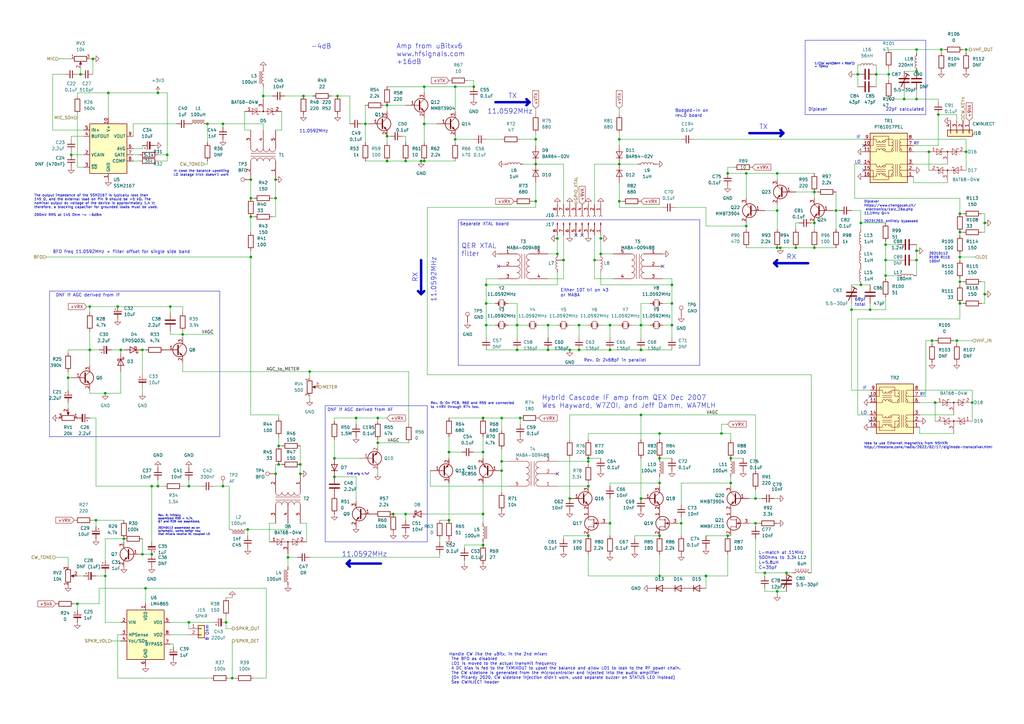
<source format=kicad_sch>
(kicad_sch (version 20230121) (generator eeschema)

  (uuid 0e592cd4-1950-44ef-9727-8e526f4c4e12)

  (paper "A3")

  (title_block
    (title "DART-70 TRX")
    (date "2024-01-12")
    (rev "1")
    (company "HB9EGM")
    (comment 1 "A 4m Band SSB/CW Transceiver")
    (comment 2 "Baseband")
  )

  

  (junction (at 186.69 57.15) (diameter 0) (color 0 0 0 0)
    (uuid 0079a40d-5664-4eb5-a4a1-35e197c9e578)
  )
  (junction (at 172.72 66.04) (diameter 0) (color 0 0 0 0)
    (uuid 027f19f3-a3d5-4daa-a96e-c5d9a71c1df8)
  )
  (junction (at 158.75 55.88) (diameter 0) (color 0 0 0 0)
    (uuid 02d8bab6-e62a-43d8-ae0a-47eb8be52f66)
  )
  (junction (at 58.42 143.51) (diameter 0) (color 0 0 0 0)
    (uuid 059f4155-bed3-4fb2-9baa-d569f31b7e5d)
  )
  (junction (at 320.04 101.6) (diameter 0) (color 0 0 0 0)
    (uuid 076a6a07-11fa-4191-a538-035a47a6b026)
  )
  (junction (at 199.39 124.46) (diameter 0) (color 0 0 0 0)
    (uuid 08e3fbcd-b24c-43b5-a2a5-3ed606084464)
  )
  (junction (at 375.92 20.32) (diameter 0) (color 0 0 0 0)
    (uuid 0e0e432b-78ea-4677-9624-cfa175a66f05)
  )
  (junction (at 262.89 143.51) (diameter 0) (color 0 0 0 0)
    (uuid 0e565d2a-00bb-4f20-8e2e-0f824e8d2762)
  )
  (junction (at 356.87 127) (diameter 0) (color 0 0 0 0)
    (uuid 0e79f50c-6749-4775-a4f9-1113788b2e6b)
  )
  (junction (at 241.3 189.23) (diameter 0) (color 0 0 0 0)
    (uuid 0f8367d0-e4ea-40ae-8dac-4e16d60a532f)
  )
  (junction (at 298.45 71.12) (diameter 0) (color 0 0 0 0)
    (uuid 1012b60c-7995-4cf6-a029-e4cda1fc26a4)
  )
  (junction (at 39.37 213.36) (diameter 0) (color 0 0 0 0)
    (uuid 1761eacf-5516-4f80-af22-ca5c2f3d7629)
  )
  (junction (at 173.99 50.8) (diameter 0) (color 0 0 0 0)
    (uuid 17a2367e-a2ff-4b57-83ee-9ab25894ec97)
  )
  (junction (at 48.26 125.73) (diameter 0) (color 0 0 0 0)
    (uuid 1843d2c0-629c-44e7-8460-03ced60a2111)
  )
  (junction (at 334.01 101.6) (diameter 0) (color 0 0 0 0)
    (uuid 1938c685-27ac-44a9-aab4-2c6ed50b8ec7)
  )
  (junction (at 295.91 177.8) (diameter 0) (color 0 0 0 0)
    (uuid 1a164a1f-45a6-43b7-9b64-349463c23d37)
  )
  (junction (at 166.37 210.82) (diameter 0) (color 0 0 0 0)
    (uuid 1c038126-c738-4381-b698-5c33c4341ae8)
  )
  (junction (at 64.77 38.1) (diameter 0) (color 0 0 0 0)
    (uuid 1d478e31-7d05-4026-94bc-716d6e6d4a57)
  )
  (junction (at 262.89 204.47) (diameter 0) (color 0 0 0 0)
    (uuid 1de51305-582b-4628-8092-75c3cf54eea0)
  )
  (junction (at 113.03 194.31) (diameter 0) (color 0 0 0 0)
    (uuid 1e5b8adc-bfe4-4d62-8fbb-b09ad198c5b6)
  )
  (junction (at 233.68 143.51) (diameter 0) (color 0 0 0 0)
    (uuid 210630ed-a720-499f-8ec9-3630627e1e05)
  )
  (junction (at 194.31 35.56) (diameter 0) (color 0 0 0 0)
    (uuid 222d63d3-68ff-4a04-b7c3-6efd5c4ab9e1)
  )
  (junction (at 381 62.23) (diameter 0) (color 0 0 0 0)
    (uuid 223b72c8-191b-4d26-8e73-2beb56cb0a2b)
  )
  (junction (at 298.45 219.71) (diameter 0) (color 0 0 0 0)
    (uuid 22f086a0-4e36-4832-8e1e-3bdb65f5c3f2)
  )
  (junction (at 212.09 143.51) (diameter 0) (color 0 0 0 0)
    (uuid 24fd922c-d488-4d61-b6dc-9d3e359ccc82)
  )
  (junction (at 299.72 187.96) (diameter 0) (color 0 0 0 0)
    (uuid 2583e10f-d237-4b6a-a35d-cff26f964496)
  )
  (junction (at 384.81 46.99) (diameter 0) (color 0 0 0 0)
    (uuid 2752e81c-fd78-4adc-8a3e-c2100d5bd7d7)
  )
  (junction (at 44.45 38.1) (diameter 0) (color 0 0 0 0)
    (uuid 2792ed93-89db-4e51-99ff-281323e776eb)
  )
  (junction (at 43.18 161.29) (diameter 0) (color 0 0 0 0)
    (uuid 2ac61f93-ebdb-4844-a9b1-76718596cd8a)
  )
  (junction (at 158.75 43.18) (diameter 0) (color 0 0 0 0)
    (uuid 2cd3680a-9e9d-4c97-9125-39c64a75e644)
  )
  (junction (at 270.51 198.12) (diameter 0) (color 0 0 0 0)
    (uuid 2d264e2f-7e31-4a17-86c5-13a68ab3ff7e)
  )
  (junction (at 363.22 106.68) (diameter 0) (color 0 0 0 0)
    (uuid 2fd14c3b-7e81-4330-b4b6-7d3b5d88fd5c)
  )
  (junction (at 393.7 115.57) (diameter 0) (color 0 0 0 0)
    (uuid 2fdc7923-56aa-4f0e-b559-e1b2e79c3c8f)
  )
  (junction (at 114.3 190.5) (diameter 0) (color 0 0 0 0)
    (uuid 30a877c2-a2d2-45b6-a8fa-8c4567fd5621)
  )
  (junction (at 382.27 139.7) (diameter 0) (color 0 0 0 0)
    (uuid 30dc039a-a902-4295-a2ea-7a00c6153126)
  )
  (junction (at 318.77 71.12) (diameter 0) (color 0 0 0 0)
    (uuid 315201dd-7991-408a-b65b-aa397fb29cdd)
  )
  (junction (at 38.1 24.13) (diameter 0) (color 0 0 0 0)
    (uuid 335263d3-7e35-4a9c-83c2-cd71d45f0688)
  )
  (junction (at 383.54 165.1) (diameter 0) (color 0 0 0 0)
    (uuid 3365c11b-b4a5-418d-85ee-41028926f18a)
  )
  (junction (at 351.79 30.48) (diameter 0) (color 0 0 0 0)
    (uuid 3b4c9779-bcad-4732-8142-8c3ab8d0419f)
  )
  (junction (at 173.99 35.56) (diameter 0) (color 0 0 0 0)
    (uuid 3bd6009a-f48b-4c66-92de-4d24549b4c7d)
  )
  (junction (at 161.29 210.82) (diameter 0) (color 0 0 0 0)
    (uuid 3bf0f30a-4c02-4011-9e56-5268cd9a18bc)
  )
  (junction (at 198.12 171.45) (diameter 0) (color 0 0 0 0)
    (uuid 3e9deac2-8e86-484c-b76a-a334d0715f66)
  )
  (junction (at 403.86 120.65) (diameter 0) (color 0 0 0 0)
    (uuid 3f6ba890-8616-4e68-b9d0-3d4eacc2e5c7)
  )
  (junction (at 254 82.55) (diameter 0) (color 0 0 0 0)
    (uuid 3fab5bb1-8815-4b0a-a5a7-85bc20dde8b0)
  )
  (junction (at 375.92 106.68) (diameter 0) (color 0 0 0 0)
    (uuid 3fcecab3-b47b-4a8c-9fb9-b323af94bc6b)
  )
  (junction (at 173.99 66.04) (diameter 0) (color 0 0 0 0)
    (uuid 43c88063-044a-47b7-b010-f3fb76152eec)
  )
  (junction (at 375.92 102.87) (diameter 0) (color 0 0 0 0)
    (uuid 446196fa-4af3-4fe1-9348-f02489c61276)
  )
  (junction (at 199.39 133.35) (diameter 0) (color 0 0 0 0)
    (uuid 460147d8-e4b6-4910-88e9-07d1ddd6c2df)
  )
  (junction (at 219.71 57.15) (diameter 0) (color 0 0 0 0)
    (uuid 485f8372-6f58-431e-9419-bfc90ad67732)
  )
  (junction (at 364.49 30.48) (diameter 0) (color 0 0 0 0)
    (uuid 4b3ba67b-606d-4750-abb9-54a01fd7bc1a)
  )
  (junction (at 212.09 133.35) (diameter 0) (color 0 0 0 0)
    (uuid 4b982f8b-ca29-4ebf-88fc-8a50b24e0802)
  )
  (junction (at 359.41 30.48) (diameter 0) (color 0 0 0 0)
    (uuid 4bcbab50-174d-4a4b-8660-c13a99f4d953)
  )
  (junction (at 246.38 104.14) (diameter 0) (color 0 0 0 0)
    (uuid 4d4b296b-354c-4f54-8b98-a9fec52fa110)
  )
  (junction (at 375.92 29.21) (diameter 0) (color 0 0 0 0)
    (uuid 4dbafe87-53e2-4b1b-b9d1-f029995a0c51)
  )
  (junction (at 91.44 50.8) (diameter 0) (color 0 0 0 0)
    (uuid 4f100da6-d6f9-4b77-90f1-fda986c2ed73)
  )
  (junction (at 113.03 81.28) (diameter 0) (color 0 0 0 0)
    (uuid 4f661a6f-98d8-4461-9401-113364b1e3a8)
  )
  (junction (at 184.15 213.36) (diameter 0) (color 0 0 0 0)
    (uuid 510aabe6-d19e-45d2-9ee4-74f6d2e6df89)
  )
  (junction (at 393.7 87.63) (diameter 0) (color 0 0 0 0)
    (uuid 56e3e10b-0165-4e27-9816-f40b5bb7e426)
  )
  (junction (at 275.59 133.35) (diameter 0) (color 0 0 0 0)
    (uuid 5c4341e3-29f4-4014-ad6b-9b4cb50156a6)
  )
  (junction (at 246.38 97.79) (diameter 0) (color 0 0 0 0)
    (uuid 5d58706a-c013-405c-9112-847886006796)
  )
  (junction (at 262.89 133.35) (diameter 0) (color 0 0 0 0)
    (uuid 5dbda758-e74b-4ccf-ad68-495d537d68ba)
  )
  (junction (at 275.59 124.46) (diameter 0) (color 0 0 0 0)
    (uuid 5fc44bfc-3a32-42f5-89ff-303d655beeb1)
  )
  (junction (at 198.12 223.52) (diameter 0) (color 0 0 0 0)
    (uuid 611c0051-64b3-4ff6-b51a-6ea814324060)
  )
  (junction (at 69.85 125.73) (diameter 0) (color 0 0 0 0)
    (uuid 62ed984b-c070-4de1-bd86-30aeb09fb9cd)
  )
  (junction (at 326.39 101.6) (diameter 0) (color 0 0 0 0)
    (uuid 6333a58f-0905-40bf-8806-a9405483f292)
  )
  (junction (at 138.43 39.37) (diameter 0) (color 0 0 0 0)
    (uuid 67d87795-1d4f-4f21-9afa-f7da30e8b867)
  )
  (junction (at 342.9 86.36) (diameter 0) (color 0 0 0 0)
    (uuid 6bdd7ca9-a767-4e33-bf37-498b319fce63)
  )
  (junction (at 102.87 88.9) (diameter 0) (color 0 0 0 0)
    (uuid 6e61ed05-4ce2-4d6e-b300-e8935e213361)
  )
  (junction (at 62.23 227.33) (diameter 0) (color 0 0 0 0)
    (uuid 707b1436-6255-4e74-ac3c-e365f258d4c7)
  )
  (junction (at 270.51 236.22) (diameter 0) (color 0 0 0 0)
    (uuid 711716b4-cb3c-40a8-915f-7a9cd1c1a345)
  )
  (junction (at 306.07 92.71) (diameter 0) (color 0 0 0 0)
    (uuid 71548298-edf3-48ed-bda9-4f920bb3ffda)
  )
  (junction (at 334.01 91.44) (diameter 0) (color 0 0 0 0)
    (uuid 7203aae8-7ab5-4754-be1f-92fd79bf7883)
  )
  (junction (at 228.6 104.14) (diameter 0) (color 0 0 0 0)
    (uuid 7292e3c7-8290-4fad-a17c-92a17c78ac6c)
  )
  (junction (at 127 152.4) (diameter 0) (color 0 0 0 0)
    (uuid 76f10a7e-8bc4-4240-8e23-1f6453db5228)
  )
  (junction (at 254 57.15) (diameter 0) (color 0 0 0 0)
    (uuid 782fd8fa-9fb0-44b6-bdfd-23367a676327)
  )
  (junction (at 299.72 198.12) (diameter 0) (color 0 0 0 0)
    (uuid 79aa4561-3272-488a-aacc-d24a783bf3fa)
  )
  (junction (at 146.05 171.45) (diameter 0) (color 0 0 0 0)
    (uuid 7ded6bed-9dbd-4c41-9e1c-d3038d76e12b)
  )
  (junction (at 393.7 105.41) (diameter 0) (color 0 0 0 0)
    (uuid 88658da7-484b-4fb1-bd87-cf0fe9fbbc98)
  )
  (junction (at 318.77 86.36) (diameter 0) (color 0 0 0 0)
    (uuid 897a30bd-82ab-4191-9e1c-88c95eb420c0)
  )
  (junction (at 205.74 171.45) (diameter 0) (color 0 0 0 0)
    (uuid 89924c9d-894c-4783-bb98-91fe4fffc426)
  )
  (junction (at 363.22 100.33) (diameter 0) (color 0 0 0 0)
    (uuid 89a0992d-b4b4-4a98-9018-0c3e3ac7c4ed)
  )
  (junction (at 403.86 91.44) (diameter 0) (color 0 0 0 0)
    (uuid 8a030abd-885a-4b15-b74a-b44dc2b6c7d7)
  )
  (junction (at 334.01 78.74) (diameter 0) (color 0 0 0 0)
    (uuid 8cad30c6-cd21-4b04-8aa8-5dfd9876668a)
  )
  (junction (at 370.84 40.64) (diameter 0) (color 0 0 0 0)
    (uuid 8d45f61e-b48a-4d9a-9705-81179d1cee29)
  )
  (junction (at 92.71 255.27) (diameter 0) (color 0 0 0 0)
    (uuid 8d612602-5cc8-45dd-a943-2a29be4b9ede)
  )
  (junction (at 102.87 81.28) (diameter 0) (color 0 0 0 0)
    (uuid 8edc9989-feda-4190-96e8-8ba0ca953891)
  )
  (junction (at 43.18 236.22) (diameter 0) (color 0 0 0 0)
    (uuid 8f57152a-781e-4e8e-b36c-e81f9a864e3b)
  )
  (junction (at 250.19 214.63) (diameter 0) (color 0 0 0 0)
    (uuid 91049a94-ccf8-463e-ab05-8a76a56be653)
  )
  (junction (at 309.88 214.63) (diameter 0) (color 0 0 0 0)
    (uuid 9134413a-edf3-40ce-9ec2-93a536746842)
  )
  (junction (at 318.77 242.57) (diameter 0) (color 0 0 0 0)
    (uuid 92b5166e-7b6a-4c31-94b5-b9d3f56f30b6)
  )
  (junction (at 205.74 189.23) (diameter 0) (color 0 0 0 0)
    (uuid 94a7e072-a853-4895-a974-0e863ac9edc2)
  )
  (junction (at 113.03 73.66) (diameter 0) (color 0 0 0 0)
    (uuid 9501ad82-8c5c-4bd6-a4e5-d738b7099508)
  )
  (junction (at 224.79 133.35) (diameter 0) (color 0 0 0 0)
    (uuid 9666bb6a-0c1d-4c92-be6d-94a465ec5c51)
  )
  (junction (at 64.77 199.39) (diameter 0) (color 0 0 0 0)
    (uuid 97e09b83-0572-4634-8ce7-0a86f1339fd8)
  )
  (junction (at 107.95 39.37) (diameter 0) (color 0 0 0 0)
    (uuid 983034d1-18ea-4dac-8753-9630cc5e0592)
  )
  (junction (at 386.08 20.32) (diameter 0) (color 0 0 0 0)
    (uuid 9873db56-1f37-4fe2-98ad-60e4c87af40c)
  )
  (junction (at 275.59 116.84) (diameter 0) (color 0 0 0 0)
    (uuid 9918dbb5-067b-4f72-a60f-e99dd790b7bf)
  )
  (junction (at 270.51 177.8) (diameter 0) (color 0 0 0 0)
    (uuid 994aaeb0-a945-4297-8f22-64b15ec2470b)
  )
  (junction (at 363.22 113.03) (diameter 0) (color 0 0 0 0)
    (uuid 9a438e91-12f1-4003-9587-51635f0ae695)
  )
  (junction (at 102.87 73.66) (diameter 0) (color 0 0 0 0)
    (uuid 9d0f1857-3b05-4e01-b461-94289f64ce4a)
  )
  (junction (at 123.19 194.31) (diameter 0) (color 0 0 0 0)
    (uuid 9d1032f1-04b7-4a45-a406-c5f306a5a4a3)
  )
  (junction (at 393.7 95.25) (diameter 0) (color 0 0 0 0)
    (uuid a4615cb6-40e1-4e6b-aa44-484a7357f4a4)
  )
  (junction (at 198.12 185.42) (diameter 0) (color 0 0 0 0)
    (uuid a4ec02e9-e140-4dcc-958f-47f7624526cb)
  )
  (junction (at 36.83 125.73) (diameter 0) (color 0 0 0 0)
    (uuid a65cad0c-0ef1-4ea5-a965-4eae7ac1f6af)
  )
  (junction (at 231.14 106.68) (diameter 0) (color 0 0 0 0)
    (uuid a662cdd6-a57e-4364-b8b3-c025c426c5be)
  )
  (junction (at 31.75 247.65) (diameter 0) (color 0 0 0 0)
    (uuid a69f72c8-ce0f-4293-bf44-c6832495c836)
  )
  (junction (at 77.47 199.39) (diameter 0) (color 0 0 0 0)
    (uuid a7cad282-51c3-4f24-be5e-311c2c5e959b)
  )
  (junction (at 137.16 195.58) (diameter 0) (color 0 0 0 0)
    (uuid a8675aa5-24f4-4a65-9564-259800e24a61)
  )
  (junction (at 228.6 97.79) (diameter 0) (color 0 0 0 0)
    (uuid aa537d78-628c-458e-8a08-c2dae82aca82)
  )
  (junction (at 318.77 101.6) (diameter 0) (color 0 0 0 0)
    (uuid aad5fe2f-2964-4c2f-90b5-8ec10e02fb70)
  )
  (junction (at 158.75 66.04) (diameter 0) (color 0 0 0 0)
    (uuid ab5a5163-9113-4726-bc7a-7e25f5bcb137)
  )
  (junction (at 27.94 154.94) (diameter 0) (color 0 0 0 0)
    (uuid ac0e5582-f44c-4bc2-8ae7-2c3f1115fb00)
  )
  (junction (at 33.02 30.48) (diameter 0) (color 0 0 0 0)
    (uuid ad2d033c-4040-4813-b5da-82cf827f9d86)
  )
  (junction (at 237.49 133.35) (diameter 0) (color 0 0 0 0)
    (uuid ad485fa9-ca4c-467a-b6d9-302ae2ec4eaa)
  )
  (junction (at 91.44 199.39) (diameter 0) (color 0 0 0 0)
    (uuid ae4c18cc-90ed-4d31-b27a-ee22bf49a14e)
  )
  (junction (at 237.49 143.51) (diameter 0) (color 0 0 0 0)
    (uuid aed41e50-066a-4d5d-9b35-33c86a58f817)
  )
  (junction (at 309.88 204.47) (diameter 0) (color 0 0 0 0)
    (uuid b046cbfe-7bd9-4ac8-9c60-a84b90a07076)
  )
  (junction (at 198.12 210.82) (diameter 0) (color 0 0 0 0)
    (uuid b0bd599f-5320-4de4-9844-b1248597f45d)
  )
  (junction (at 59.69 241.3) (diameter 0) (color 0 0 0 0)
    (uuid b2c93e47-1b35-4bce-b217-c95c59af9fea)
  )
  (junction (at 102.87 105.41) (diameter 0) (color 0 0 0 0)
    (uuid b2fc5a98-a9c8-4ffb-bf05-9a95788a6f6e)
  )
  (junction (at 199.39 116.84) (diameter 0) (color 0 0 0 0)
    (uuid b3ba518e-938d-434b-8f72-5ecf3fd42313)
  )
  (junction (at 154.94 181.61) (diameter 0) (color 0 0 0 0)
    (uuid b52e2ac1-1ad4-4299-a3b7-5950aeda9b09)
  )
  (junction (at 219.71 67.31) (diameter 0) (color 0 0 0 0)
    (uuid b55942a4-2e67-4c91-a2e2-17d287af1b39)
  )
  (junction (at 58.42 227.33) (diameter 0) (color 0 0 0 0)
    (uuid b67c5032-3958-4f67-8cff-2bc749aa2559)
  )
  (junction (at 68.58 63.5) (diameter 0) (color 0 0 0 0)
    (uuid b6a3e709-356a-4a55-ac00-07ba73afac37)
  )
  (junction (at 313.69 234.95) (diameter 0) (color 0 0 0 0)
    (uuid b7b0b83f-2dad-41a6-8e3b-dd0617021680)
  )
  (junction (at 233.68 204.47) (diameter 0) (color 0 0 0 0)
    (uuid bb8fc86a-138e-468d-a6f3-4d425bea2798)
  )
  (junction (at 241.3 199.39) (diameter 0) (color 0 0 0 0)
    (uuid bcb7b50e-e30b-4748-9ad3-15fd19268fd8)
  )
  (junction (at 270.51 187.96) (diameter 0) (color 0 0 0 0)
    (uuid bdd38f4a-d1f5-49ea-86a0-7074369f7406)
  )
  (junction (at 101.6 217.17) (diameter 0) (color 0 0 0 0)
    (uuid bf1cf86a-4cef-455a-b67c-093dbb9970e5)
  )
  (junction (at 95.25 278.13) (diameter 0) (color 0 0 0 0)
    (uuid bff74fb8-2e53-4140-9d30-8bb9b336dda4)
  )
  (junction (at 50.8 220.98) (diameter 0) (color 0 0 0 0)
    (uuid c07980be-125c-4459-be81-f2b8371f5ae2)
  )
  (junction (at 205.74 193.04) (diameter 0) (color 0 0 0 0)
    (uuid c41a688f-80a3-4252-bb37-134631846db3)
  )
  (junction (at 250.19 143.51) (diameter 0) (color 0 0 0 0)
    (uuid c8816f2b-d043-4f02-8988-815e5e7435ee)
  )
  (junction (at 118.11 228.6) (diameter 0) (color 0 0 0 0)
    (uuid c8c4fbfe-4e9c-445d-882a-7f1bac80adc8)
  )
  (junction (at 250.19 133.35) (diameter 0) (color 0 0 0 0)
    (uuid ca2ddb3d-eff7-4148-ac57-d5c14ba8be31)
  )
  (junction (at 393.7 124.46) (diameter 0) (color 0 0 0 0)
    (uuid ca5a4e59-a0d9-41f3-a4f9-8e9003dc636c)
  )
  (junction (at 241.3 187.96) (diameter 0) (color 0 0 0 0)
    (uuid cf4a7a0f-4b62-4a14-8810-1f9be9bb8bca)
  )
  (junction (at 375.92 40.64) (diameter 0) (color 0 0 0 0)
    (uuid cfd26f0b-c959-40e8-8a7e-48204bb5c64f)
  )
  (junction (at 224.79 143.51) (diameter 0) (color 0 0 0 0)
    (uuid d3e01bdf-5c14-407f-80a1-1d934fc04fab)
  )
  (junction (at 149.86 50.8) (diameter 0) (color 0 0 0 0)
    (uuid d46cfddd-ae59-45a8-a05e-501b77d91351)
  )
  (junction (at 124.46 39.37) (diameter 0) (color 0 0 0 0)
    (uuid d47b6e93-2883-4b61-9107-b49e482eb126)
  )
  (junction (at 270.51 219.71) (diameter 0) (color 0 0 0 0)
    (uuid d5fa5081-044e-4305-8f5d-d2a56bf86d29)
  )
  (junction (at 77.47 255.27) (diameter 0) (color 0 0 0 0)
    (uuid d6fda246-3399-48cd-8a06-99bbdf8c75e4)
  )
  (junction (at 241.3 219.71) (diameter 0) (color 0 0 0 0)
    (uuid d703d54e-2823-4563-98c8-59d8b8b54fec)
  )
  (junction (at 166.37 66.04) (diameter 0) (color 0 0 0 0)
    (uuid d774c163-0e71-4e59-99e8-33a6c910c00d)
  )
  (junction (at 62.23 199.39) (diameter 0) (color 0 0 0 0)
    (uuid d7d4c350-2318-4a09-b921-0a78963f6666)
  )
  (junction (at 254 67.31) (diameter 0) (color 0 0 0 0)
    (uuid d964cb21-9482-4b14-9981-964030a476a5)
  )
  (junction (at 219.71 82.55) (diameter 0) (color 0 0 0 0)
    (uuid d96c7ae3-a14b-4da8-8c67-7918799c8e60)
  )
  (junction (at 396.24 62.23) (diameter 0) (color 0 0 0 0)
    (uuid daa9b5c5-21a2-4482-b81a-69bb9f749fb7)
  )
  (junction (at 186.69 35.56) (diameter 0) (color 0 0 0 0)
    (uuid dcdfeb28-863e-4a43-ad64-f6e45863b4d7)
  )
  (junction (at 213.36 171.45) (diameter 0) (color 0 0 0 0)
    (uuid ddaaa428-40ee-45ee-a789-6961e25a11bb)
  )
  (junction (at 392.43 139.7) (diameter 0) (color 0 0 0 0)
    (uuid de1eb50d-ef90-4d0d-a112-fc865a422b99)
  )
  (junction (at 289.56 236.22) (diameter 0) (color 0 0 0 0)
    (uuid df231e82-dc0c-49c1-a01b-d2be84591ff3)
  )
  (junction (at 322.58 234.95) (diameter 0) (color 0 0 0 0)
    (uuid e15f6002-d342-413a-a773-225c5f4cfb04)
  )
  (junction (at 396.24 20.32) (diameter 0) (color 0 0 0 0)
    (uuid e2d27bd1-d4c5-4321-a13b-160cb2d6015d)
  )
  (junction (at 49.53 143.51) (diameter 0) (color 0 0 0 0)
    (uuid e3903eeb-8b72-4b40-a088-cbbba270c01b)
  )
  (junction (at 279.4 214.63) (diameter 0) (color 0 0 0 0)
    (uuid e736b041-4756-4726-980f-1b93cf00a2ad)
  )
  (junction (at 243.84 106.68) (diameter 0) (color 0 0 0 0)
    (uuid e7eee956-d2ad-4d33-9823-9759f9a8aab1)
  )
  (junction (at 74.93 137.16) (diameter 0) (color 0 0 0 0)
    (uuid e8558fbd-ea42-43a6-966a-7bd304bdfaad)
  )
  (junction (at 353.06 91.44) (diameter 0) (color 0 0 0 0)
    (uuid e8822f44-e7ca-47f3-a9bc-951244c889e7)
  )
  (junction (at 36.83 143.51) (diameter 0) (color 0 0 0 0)
    (uuid eac540a2-0555-4530-b9cb-9b037a65c0a7)
  )
  (junction (at 114.3 182.88) (diameter 0) (color 0 0 0 0)
    (uuid eb3c65f0-3082-4c13-98c1-cac8dc7eccac)
  )
  (junction (at 137.16 187.96) (diameter 0) (color 0 0 0 0)
    (uuid ecba702e-9fb5-4bd7-9b08-5197492ec54b)
  )
  (junction (at 349.25 127) (diameter 0) (color 0 0 0 0)
    (uuid ef4c798c-4721-49f1-8016-e362a6672715)
  )
  (junction (at 154.94 171.45) (diameter 0) (color 0 0 0 0)
    (uuid ef890f22-a95b-4cdb-a961-150349a2c3c2)
  )
  (junction (at 398.78 165.1) (diameter 0) (color 0 0 0 0)
    (uuid efac21da-3f93-4ae4-bab8-dbdec293c35e)
  )
  (junction (at 306.07 71.12) (diameter 0) (color 0 0 0 0)
    (uuid f02e930f-fe1a-4921-a9df-ee330f41d2bd)
  )
  (junction (at 353.06 116.84) (diameter 0) (color 0 0 0 0)
    (uuid f22dadd7-4a1b-4449-b981-cbbeced9fbc5)
  )
  (junction (at 85.09 50.8) (diameter 0) (color 0 0 0 0)
    (uuid f9362574-7797-4e6e-9765-e515232ee831)
  )
  (junction (at 184.15 185.42) (diameter 0) (color 0 0 0 0)
    (uuid fb5d1a59-18d1-49ea-b504-10e76cce8897)
  )
  (junction (at 123.19 190.5) (diameter 0) (color 0 0 0 0)
    (uuid fbe71f6a-7e5a-41f1-9e6e-b2e94d49a3bc)
  )
  (junction (at 29.21 63.5) (diameter 0) (color 0 0 0 0)
    (uuid fe2b05f5-675b-44d0-956c-c5829b7c692a)
  )
  (junction (at 262.89 170.18) (diameter 0) (color 0 0 0 0)
    (uuid fe2ce942-d4c5-4b3f-a09e-cda9276450f6)
  )

  (no_connect (at 356.87 172.72) (uuid 112718f1-f222-4c50-a4f0-a42dabd066b7))
  (no_connect (at 236.22 96.52) (uuid 2b99a1e6-5f67-436f-9ed5-38e8bfd4c142))
  (no_connect (at 354.33 69.85) (uuid 36cd8509-4b06-4001-aa2f-00b548cb4477))
  (no_connect (at 204.47 109.22) (uuid 4866aeb4-d287-46eb-8d15-c55d9c708490))
  (no_connect (at 354.33 59.69) (uuid 6226f2ac-b9bf-4733-a388-cd49aa6934ae))
  (no_connect (at 356.87 162.56) (uuid 69a2fbd1-0689-4722-b099-d7d4b3a2c805))
  (no_connect (at 271.78 109.22) (uuid 8a4c8ee9-530e-4698-8694-1dcab411e819))
  (no_connect (at 228.6 194.31) (uuid afdb3662-3196-4d9d-b0e8-7f416bb5cd4f))
  (no_connect (at 238.76 96.52) (uuid ee08a6c2-528a-478b-9089-08fe9a37ec7e))

  (wire (pts (xy 403.86 87.63) (xy 403.86 91.44))
    (stroke (width 0) (type default))
    (uuid 006436ec-9ab2-4589-83be-4667e52db3bf)
  )
  (wire (pts (xy 205.74 171.45) (xy 205.74 176.53))
    (stroke (width 0) (type default))
    (uuid 00c27d59-c437-4bee-9cde-cbd48a34e31b)
  )
  (wire (pts (xy 318.77 83.82) (xy 318.77 86.36))
    (stroke (width 0) (type default))
    (uuid 00cf6024-5820-4cff-8981-5be2b438caf3)
  )
  (wire (pts (xy 87.63 199.39) (xy 91.44 199.39))
    (stroke (width 0) (type default))
    (uuid 0113fe75-9787-49bd-865f-03242ce2a366)
  )
  (wire (pts (xy 219.71 57.15) (xy 219.71 54.61))
    (stroke (width 0) (type default))
    (uuid 0125f083-fa2b-4a11-85be-7853b609b001)
  )
  (wire (pts (xy 359.41 30.48) (xy 359.41 35.56))
    (stroke (width 0) (type default))
    (uuid 01c67c04-8ed4-481b-b382-ac69e0a55001)
  )
  (wire (pts (xy 68.58 66.04) (xy 64.77 66.04))
    (stroke (width 0) (type default))
    (uuid 01caafb3-af8a-4642-870c-c290b286d040)
  )
  (wire (pts (xy 166.37 43.18) (xy 158.75 43.18))
    (stroke (width 0) (type default))
    (uuid 01f0181c-303d-46c7-ba34-20eee1c48cd1)
  )
  (wire (pts (xy 173.99 50.8) (xy 179.07 50.8))
    (stroke (width 0) (type default))
    (uuid 0222c276-ce98-44cf-9ac7-d0d00163570d)
  )
  (wire (pts (xy 190.5 231.14) (xy 190.5 229.87))
    (stroke (width 0) (type default))
    (uuid 027fc545-8a42-4646-8424-467711418116)
  )
  (wire (pts (xy 114.3 170.18) (xy 114.3 171.45))
    (stroke (width 0) (type default))
    (uuid 0332aa97-cadc-4e7a-b8af-ca59e255597d)
  )
  (wire (pts (xy 173.99 66.04) (xy 186.69 66.04))
    (stroke (width 0) (type default))
    (uuid 035d062f-f875-4853-8ca1-a348c3967bb1)
  )
  (wire (pts (xy 113.03 214.63) (xy 110.49 214.63))
    (stroke (width 0) (type default))
    (uuid 03b7756f-0559-43eb-b24d-3aefa5a15899)
  )
  (wire (pts (xy 394.97 20.32) (xy 396.24 20.32))
    (stroke (width 0) (type default))
    (uuid 03ce6745-00b2-4d2b-bad7-eb9745172859)
  )
  (wire (pts (xy 166.37 210.82) (xy 161.29 210.82))
    (stroke (width 0) (type default))
    (uuid 03dd13e2-d89f-47ed-8a2f-ce75e7a97ef3)
  )
  (wire (pts (xy 262.89 133.35) (xy 266.7 133.35))
    (stroke (width 0) (type default))
    (uuid 042fe62b-53aa-4e86-97d0-9ccb1e16a895)
  )
  (wire (pts (xy 379.73 139.7) (xy 382.27 139.7))
    (stroke (width 0) (type default))
    (uuid 0437af13-5b81-4e18-82d5-0ec28c5d895f)
  )
  (wire (pts (xy 374.65 74.93) (xy 374.65 72.39))
    (stroke (width 0) (type default))
    (uuid 047a18ce-9e77-4d7d-a9ce-60b21f671177)
  )
  (wire (pts (xy 31.75 68.58) (xy 34.29 68.58))
    (stroke (width 0) (type default))
    (uuid 04868f85-bc69-4fa9-8e62-d78ffe5ae58e)
  )
  (wire (pts (xy 396.24 20.32) (xy 397.51 20.32))
    (stroke (width 0) (type default))
    (uuid 04ef368b-f4e9-48da-956c-ee93cb3d01e8)
  )
  (wire (pts (xy 363.22 106.68) (xy 363.22 113.03))
    (stroke (width 0) (type default))
    (uuid 05ddadd4-94df-4d6a-b500-ff320675ba33)
  )
  (wire (pts (xy 241.3 227.33) (xy 241.3 236.22))
    (stroke (width 0) (type default))
    (uuid 066671d9-1fdf-4a05-a7e7-cadb7d44b89f)
  )
  (wire (pts (xy 356.87 124.46) (xy 356.87 127))
    (stroke (width 0) (type default))
    (uuid 06fedb5b-65dd-4aa0-9e2d-b04e5a505f26)
  )
  (wire (pts (xy 208.28 124.46) (xy 212.09 124.46))
    (stroke (width 0) (type default))
    (uuid 082d865b-0a4e-49c3-b18b-be47fd4a465a)
  )
  (wire (pts (xy 382.27 139.7) (xy 383.54 139.7))
    (stroke (width 0) (type default))
    (uuid 0830aef1-c986-42f8-ba6a-a3fcacbf0210)
  )
  (wire (pts (xy 309.88 234.95) (xy 309.88 220.98))
    (stroke (width 0) (type default))
    (uuid 08c8f1b4-737d-438b-967e-a77cce3833c0)
  )
  (wire (pts (xy 58.42 143.51) (xy 58.42 153.67))
    (stroke (width 0) (type default))
    (uuid 09321bf4-1ea1-49b5-b1f9-ac29d6606a74)
  )
  (wire (pts (xy 173.99 35.56) (xy 186.69 35.56))
    (stroke (width 0) (type default))
    (uuid 0943dfff-08fd-4176-a97a-8e271f47b148)
  )
  (wire (pts (xy 393.7 105.41) (xy 393.7 104.14))
    (stroke (width 0) (type default))
    (uuid 09aa0d32-f4dc-42fd-a756-e1229737bd34)
  )
  (wire (pts (xy 289.56 236.22) (xy 289.56 241.3))
    (stroke (width 0) (type default))
    (uuid 0a0c053c-54e0-4f14-b909-036d0c5fbf08)
  )
  (wire (pts (xy 158.75 43.18) (xy 158.75 45.72))
    (stroke (width 0) (type default))
    (uuid 0a80373e-7854-41a7-8441-30fd81967887)
  )
  (wire (pts (xy 254 74.93) (xy 254 82.55))
    (stroke (width 0) (type default))
    (uuid 0a9f993d-d83a-4cdc-bae3-0f40dd545220)
  )
  (wire (pts (xy 279.4 198.12) (xy 299.72 198.12))
    (stroke (width 0) (type default))
    (uuid 0b5e9f79-a50b-4078-b2be-eff1d45ab7fc)
  )
  (wire (pts (xy 309.88 234.95) (xy 313.69 234.95))
    (stroke (width 0) (type default))
    (uuid 0dc79dd3-c584-4173-b914-e6a8bcd18e45)
  )
  (wire (pts (xy 36.83 135.89) (xy 36.83 143.51))
    (stroke (width 0) (type default))
    (uuid 0e1c6bbc-4cc4-4ce9-b48a-8292bb286da8)
  )
  (wire (pts (xy 246.38 97.79) (xy 246.38 96.52))
    (stroke (width 0) (type default))
    (uuid 0f4b5c7f-79aa-4c46-b222-58e7e288b195)
  )
  (wire (pts (xy 33.02 27.94) (xy 33.02 30.48))
    (stroke (width 0) (type default))
    (uuid 100847e3-630c-4c13-ba45-180e92370805)
  )
  (wire (pts (xy 318.77 71.12) (xy 318.77 73.66))
    (stroke (width 0) (type default))
    (uuid 10ef0d40-b427-4fac-bff7-e8ca2d279fd2)
  )
  (wire (pts (xy 166.37 66.04) (xy 172.72 66.04))
    (stroke (width 0) (type default))
    (uuid 11ac1ac8-72b6-43ed-915e-50f87561daf8)
  )
  (wire (pts (xy 107.95 50.8) (xy 91.44 50.8))
    (stroke (width 0) (type default))
    (uuid 12340fb8-cd9c-4069-beec-13d4d2ea0d99)
  )
  (polyline (pts (xy 307.34 54.61) (xy 321.31 54.61))
    (stroke (width 1) (type solid))
    (uuid 1281d63b-9c8c-4454-9b2d-0bbbc27e2ae7)
  )

  (wire (pts (xy 44.45 38.1) (xy 64.77 38.1))
    (stroke (width 0) (type default))
    (uuid 12e17856-cd8c-41a8-bb2e-9faca10b0973)
  )
  (wire (pts (xy 393.7 130.81) (xy 351.79 130.81))
    (stroke (width 0) (type default))
    (uuid 15352954-5a6d-4167-94e3-a8475b279783)
  )
  (wire (pts (xy 43.18 234.95) (xy 43.18 236.22))
    (stroke (width 0) (type default))
    (uuid 15e1025c-faeb-49ff-aaa3-6ba9acaabd98)
  )
  (wire (pts (xy 137.16 172.72) (xy 137.16 171.45))
    (stroke (width 0) (type default))
    (uuid 1606d99f-0508-4f2e-b63b-47e62c4312ee)
  )
  (wire (pts (xy 386.08 21.59) (xy 386.08 20.32))
    (stroke (width 0) (type default))
    (uuid 16070e3c-2cc9-4d09-bef3-8ceccb63947e)
  )
  (wire (pts (xy 36.83 125.73) (xy 36.83 128.27))
    (stroke (width 0) (type default))
    (uuid 16aa2316-1a67-45e5-b6c4-e59dd85814f4)
  )
  (wire (pts (xy 334.01 71.12) (xy 318.77 71.12))
    (stroke (width 0) (type default))
    (uuid 16b8184d-4364-4664-b33c-1e355c0b0e6c)
  )
  (wire (pts (xy 298.45 68.58) (xy 298.45 71.12))
    (stroke (width 0) (type default))
    (uuid 171c47c2-e63c-45a5-b02c-078b78214786)
  )
  (wire (pts (xy 115.57 182.88) (xy 114.3 182.88))
    (stroke (width 0) (type default))
    (uuid 17c93850-5ebd-4f0d-b8eb-52bf14b01af4)
  )
  (wire (pts (xy 186.69 35.56) (xy 194.31 35.56))
    (stroke (width 0) (type default))
    (uuid 18723066-b973-43bf-8bbf-4c210121a928)
  )
  (wire (pts (xy 334.01 78.74) (xy 334.01 81.28))
    (stroke (width 0) (type default))
    (uuid 189610aa-2967-4418-8b8b-b36bdf6bc60b)
  )
  (wire (pts (xy 375.92 100.33) (xy 375.92 102.87))
    (stroke (width 0) (type default))
    (uuid 19028db1-670b-4d84-9d20-5aa2f8585dd7)
  )
  (wire (pts (xy 342.9 101.6) (xy 334.01 101.6))
    (stroke (width 0) (type default))
    (uuid 1966977a-39df-4890-91de-0e8ae767b0a0)
  )
  (wire (pts (xy 186.69 57.15) (xy 194.31 57.15))
    (stroke (width 0) (type default))
    (uuid 19a56892-f9d5-4508-ab75-59721c555275)
  )
  (wire (pts (xy 313.69 242.57) (xy 313.69 241.3))
    (stroke (width 0) (type default))
    (uuid 1a255025-6cad-4a3e-8763-c9c3ba585d53)
  )
  (wire (pts (xy 326.39 101.6) (xy 320.04 101.6))
    (stroke (width 0) (type default))
    (uuid 1a86e987-6d08-4b7a-b2e3-f89b9863e895)
  )
  (wire (pts (xy 146.05 195.58) (xy 146.05 205.74))
    (stroke (width 0) (type default))
    (uuid 1a9613ab-fb34-4a02-8365-aadaa421dfaf)
  )
  (wire (pts (xy 27.94 143.51) (xy 36.83 143.51))
    (stroke (width 0) (type default))
    (uuid 1a9f0d73-6986-450b-8da5-dca8d718cd0d)
  )
  (wire (pts (xy 375.92 20.32) (xy 386.08 20.32))
    (stroke (width 0) (type default))
    (uuid 1b89864d-e042-4259-99ab-c96136a33a11)
  )
  (wire (pts (xy 350.52 67.31) (xy 350.52 81.28))
    (stroke (width 0) (type default))
    (uuid 1c0378fb-8fa4-4942-8a64-86b9252ef636)
  )
  (wire (pts (xy 254 82.55) (xy 254 85.09))
    (stroke (width 0) (type default))
    (uuid 1c3c3108-d49a-4730-84a5-d29eb03028f4)
  )
  (wire (pts (xy 262.89 143.51) (xy 275.59 143.51))
    (stroke (width 0) (type default))
    (uuid 1d8cbdb8-b0d5-4f06-84c8-05770b7e9555)
  )
  (wire (pts (xy 219.71 59.69) (xy 219.71 57.15))
    (stroke (width 0) (type default))
    (uuid 1dbe419a-f71e-4ab5-9a49-e58e75747fdf)
  )
  (wire (pts (xy 118.11 217.17) (xy 101.6 217.17))
    (stroke (width 0) (type default))
    (uuid 1dc9a7fa-415c-4243-97fb-46b0d627e89d)
  )
  (wire (pts (xy 137.16 171.45) (xy 146.05 171.45))
    (stroke (width 0) (type default))
    (uuid 1ddbded3-4d65-49ba-8123-18c72e4b7f4a)
  )
  (wire (pts (xy 363.22 113.03) (xy 363.22 114.3))
    (stroke (width 0) (type default))
    (uuid 1e2c0cdd-08a6-4586-b370-3ffc74205845)
  )
  (wire (pts (xy 243.84 106.68) (xy 243.84 114.3))
    (stroke (width 0) (type default))
    (uuid 1e9638be-d271-44b9-9bc3-e37783c8782f)
  )
  (wire (pts (xy 158.75 66.04) (xy 166.37 66.04))
    (stroke (width 0) (type default))
    (uuid 1f1052c4-d15a-450f-8bb0-3cc3f3592607)
  )
  (wire (pts (xy 250.19 204.47) (xy 250.19 214.63))
    (stroke (width 0) (type default))
    (uuid 1f1c22b1-15a3-4e28-88a5-25ba2fbef197)
  )
  (wire (pts (xy 212.09 124.46) (xy 212.09 133.35))
    (stroke (width 0) (type default))
    (uuid 1fd73780-e017-4e2c-9674-56cb6f09dc2d)
  )
  (wire (pts (xy 246.38 116.84) (xy 275.59 116.84))
    (stroke (width 0) (type default))
    (uuid 2163a967-be2d-4344-a94d-f1b8da3dc3a3)
  )
  (wire (pts (xy 396.24 57.15) (xy 396.24 62.23))
    (stroke (width 0) (type default))
    (uuid 2171e051-2b1c-4df3-9987-bb0d428437aa)
  )
  (wire (pts (xy 69.85 135.89) (xy 69.85 137.16))
    (stroke (width 0) (type default))
    (uuid 22591446-6d82-47ac-b525-9e9deb496c8c)
  )
  (wire (pts (xy 137.16 180.34) (xy 137.16 187.96))
    (stroke (width 0) (type default))
    (uuid 231e5ae4-1791-4485-9a32-a64456488009)
  )
  (wire (pts (xy 111.76 88.9) (xy 113.03 88.9))
    (stroke (width 0) (type default))
    (uuid 233c88a4-9a5e-42af-96fb-5079a0c4ddfe)
  )
  (wire (pts (xy 241.3 189.23) (xy 241.3 187.96))
    (stroke (width 0) (type default))
    (uuid 25347fbb-8744-4d15-9949-de9866144f81)
  )
  (wire (pts (xy 270.51 177.8) (xy 241.3 177.8))
    (stroke (width 0) (type default))
    (uuid 2556849b-244d-40cf-86de-101d00a3273d)
  )
  (wire (pts (xy 275.59 187.96) (xy 270.51 187.96))
    (stroke (width 0) (type default))
    (uuid 25b40549-5004-4a9f-8c83-45a4561f2c44)
  )
  (wire (pts (xy 39.37 213.36) (xy 50.8 213.36))
    (stroke (width 0) (type default))
    (uuid 268a679e-e023-47f5-8a31-2516b1c23479)
  )
  (wire (pts (xy 295.91 173.99) (xy 295.91 177.8))
    (stroke (width 0) (type default))
    (uuid 27937394-9bb7-48f6-a154-02c32eca1c67)
  )
  (wire (pts (xy 342.9 78.74) (xy 342.9 86.36))
    (stroke (width 0) (type default))
    (uuid 2812f45e-ebd6-42bd-b5eb-ed95214eca8f)
  )
  (wire (pts (xy 198.12 198.12) (xy 198.12 210.82))
    (stroke (width 0) (type default))
    (uuid 287f053d-d517-4f77-a833-8d255e7a9f3f)
  )
  (wire (pts (xy 31.75 247.65) (xy 40.64 247.65))
    (stroke (width 0) (type default))
    (uuid 29b8b23a-e7ee-4dc9-92e7-c3cadb119379)
  )
  (wire (pts (xy 335.28 78.74) (xy 334.01 78.74))
    (stroke (width 0) (type default))
    (uuid 2a3e52a2-02c1-4de1-bbee-f4f094c5cf5c)
  )
  (wire (pts (xy 205.74 189.23) (xy 205.74 193.04))
    (stroke (width 0) (type default))
    (uuid 2a63233b-a7a2-4c59-82c8-58a12efecada)
  )
  (wire (pts (xy 250.19 214.63) (xy 248.92 214.63))
    (stroke (width 0) (type default))
    (uuid 2afd810b-02fc-4ddc-b23c-b8689ad0ab1d)
  )
  (wire (pts (xy 34.29 55.88) (xy 29.21 55.88))
    (stroke (width 0) (type default))
    (uuid 2b878984-ad62-40d5-87be-d30f465ae2b3)
  )
  (wire (pts (xy 74.93 152.4) (xy 74.93 148.59))
    (stroke (width 0) (type default))
    (uuid 2b894b8a-c098-4d9d-be0f-2ef41dea274e)
  )
  (wire (pts (xy 266.7 124.46) (xy 262.89 124.46))
    (stroke (width 0) (type default))
    (uuid 2ba6a5e2-be81-4fda-a558-a7c1489b8584)
  )
  (wire (pts (xy 228.6 97.79) (xy 228.6 104.14))
    (stroke (width 0) (type default))
    (uuid 2bb91631-ebd1-41f4-8f02-7d20cea9a1ea)
  )
  (wire (pts (xy 118.11 228.6) (xy 118.11 227.33))
    (stroke (width 0) (type default))
    (uuid 2bc9d2d9-93de-4c12-bc6b-86b8c29f0aa6)
  )
  (wire (pts (xy 199.39 114.3) (xy 199.39 116.84))
    (stroke (width 0) (type default))
    (uuid 2d4b6a63-930e-4ce6-8f19-abaabb68aafd)
  )
  (wire (pts (xy 349.25 160.02) (xy 349.25 127))
    (stroke (width 0) (type default))
    (uuid 2dcb67f4-c872-4b2a-956a-523605159edb)
  )
  (wire (pts (xy 128.27 39.37) (xy 124.46 39.37))
    (stroke (width 0) (type default))
    (uuid 2e63a8de-ed51-4777-8337-472b5b4f8240)
  )
  (wire (pts (xy 275.59 138.43) (xy 275.59 133.35))
    (stroke (width 0) (type default))
    (uuid 2e6b1f7e-e4c3-43a1-ae90-c85aa40696d5)
  )
  (wire (pts (xy 259.08 133.35) (xy 262.89 133.35))
    (stroke (width 0) (type default))
    (uuid 2ec9be40-1d5a-4e2d-8a4d-4be2d3c079d5)
  )
  (wire (pts (xy 353.06 86.36) (xy 353.06 91.44))
    (stroke (width 0) (type default))
    (uuid 2f3f2305-6e67-4103-9727-21f03965c347)
  )
  (wire (pts (xy 214.63 67.31) (xy 219.71 67.31))
    (stroke (width 0) (type default))
    (uuid 3026ca22-9079-411a-bec8-e95daa0137af)
  )
  (wire (pts (xy 125.73 214.63) (xy 123.19 214.63))
    (stroke (width 0) (type default))
    (uuid 307b7b86-dfcd-43e5-adae-a42ec65f9c2c)
  )
  (wire (pts (xy 241.3 190.5) (xy 241.3 189.23))
    (stroke (width 0) (type default))
    (uuid 31405bcc-b3b5-4799-beda-e88762b1ff65)
  )
  (wire (pts (xy 241.3 236.22) (xy 270.51 236.22))
    (stroke (width 0) (type default))
    (uuid 314a73cd-4340-4691-9097-14e559730536)
  )
  (wire (pts (xy 167.64 152.4) (xy 167.64 173.99))
    (stroke (width 0) (type default))
    (uuid 321ed9e4-ae5b-472e-9566-a066b96db8bf)
  )
  (wire (pts (xy 233.68 170.18) (xy 233.68 180.34))
    (stroke (width 0) (type default))
    (uuid 3276e29e-f986-4a1b-866c-9d3cbd2e5d3d)
  )
  (wire (pts (xy 186.69 45.72) (xy 186.69 35.56))
    (stroke (width 0) (type default))
    (uuid 32d50c10-a20b-414f-afaf-7821cceaf33a)
  )
  (wire (pts (xy 26.67 30.48) (xy 21.59 30.48))
    (stroke (width 0) (type default))
    (uuid 33b48673-c959-4510-b6fa-fd3f7bdb00fd)
  )
  (wire (pts (xy 64.77 63.5) (xy 68.58 63.5))
    (stroke (width 0) (type default))
    (uuid 33b6dbe8-d555-4f35-a63c-27c75fa09ca7)
  )
  (wire (pts (xy 118.11 214.63) (xy 118.11 217.17))
    (stroke (width 0) (type default))
    (uuid 33b8f01e-acf2-48c5-adde-e838f3dfad6d)
  )
  (wire (pts (xy 172.72 66.04) (xy 173.99 66.04))
    (stroke (width 0) (type default))
    (uuid 341e0f4b-92fa-44cf-9e72-3a5fc025563e)
  )
  (wire (pts (xy 377.19 177.8) (xy 377.19 175.26))
    (stroke (width 0) (type default))
    (uuid 34971b89-a71c-4b1e-9611-7fffde0ef9c4)
  )
  (wire (pts (xy 212.09 138.43) (xy 212.09 133.35))
    (stroke (width 0) (type default))
    (uuid 35343f32-90ff-4059-a108-111fb444c3d2)
  )
  (wire (pts (xy 394.97 124.46) (xy 393.7 124.46))
    (stroke (width 0) (type default))
    (uuid 3586fadc-dfb0-445d-9e9e-609ee49ba8a3)
  )
  (wire (pts (xy 27.94 160.02) (xy 27.94 154.94))
    (stroke (width 0) (type default))
    (uuid 35e60fa0-27cf-4d0e-8bab-b364400c08c0)
  )
  (wire (pts (xy 123.19 194.31) (xy 123.19 190.5))
    (stroke (width 0) (type default))
    (uuid 362da67e-2cbf-4626-b5c1-6c5ba9fb75f9)
  )
  (wire (pts (xy 208.28 189.23) (xy 205.74 189.23))
    (stroke (width 0) (type default))
    (uuid 364f7692-8fd2-4996-8f00-fec21fff2827)
  )
  (wire (pts (xy 275.59 133.35) (xy 271.78 133.35))
    (stroke (width 0) (type default))
    (uuid 36696ac6-2db1-4b52-ae3d-9f3c89d2042f)
  )
  (wire (pts (xy 332.74 153.67) (xy 175.26 153.67))
    (stroke (width 0) (type default))
    (uuid 369c2242-d22f-4370-b888-6adc5e444aec)
  )
  (wire (pts (xy 43.18 220.98) (xy 50.8 220.98))
    (stroke (width 0) (type default))
    (uuid 37776474-3e55-452d-b61d-56f6c437c0b7)
  )
  (wire (pts (xy 368.3 113.03) (xy 363.22 113.03))
    (stroke (width 0) (type default))
    (uuid 37c4ff09-2526-492b-a9f8-7ea7ff67af23)
  )
  (wire (pts (xy 104.14 278.13) (xy 109.22 278.13))
    (stroke (width 0) (type default))
    (uuid 37f9ff9e-4ac0-495a-8616-d843451c132e)
  )
  (polyline (pts (xy 20.32 179.07) (xy 20.32 119.38))
    (stroke (width 0) (type default))
    (uuid 38a62d51-e863-4b0e-8f07-7e1cafdb4037)
  )

  (wire (pts (xy 49.53 260.35) (xy 48.26 260.35))
    (stroke (width 0) (type default))
    (uuid 38d04039-5d82-48aa-b8b9-bc35b46616f0)
  )
  (wire (pts (xy 198.12 210.82) (xy 175.26 210.82))
    (stroke (width 0) (type default))
    (uuid 393131ec-a9a2-4b13-8fa7-5bb85d9e7338)
  )
  (wire (pts (xy 199.39 116.84) (xy 199.39 124.46))
    (stroke (width 0) (type default))
    (uuid 3a274653-eff3-4ffe-9be8-2bfd0950af0a)
  )
  (polyline (pts (xy 172.72 120.65) (xy 173.99 119.38))
    (stroke (width 1) (type solid))
    (uuid 3a303245-2826-476f-837a-6c776ac8eec5)
  )
  (polyline (pts (xy 317.5 107.95) (xy 318.77 106.68))
    (stroke (width 1) (type default))
    (uuid 3ae1ad84-1d31-4d2b-b989-ca9af6058aea)
  )

  (wire (pts (xy 384.81 46.99) (xy 384.81 59.69))
    (stroke (width 0) (type default))
    (uuid 3b27dc08-2c00-4501-9b7e-e1fc9c4c1450)
  )
  (wire (pts (xy 237.49 133.35) (xy 241.3 133.35))
    (stroke (width 0) (type default))
    (uuid 3c11bba2-1b60-442e-87b9-29fc89c74881)
  )
  (wire (pts (xy 318.77 204.47) (xy 317.5 204.47))
    (stroke (width 0) (type default))
    (uuid 3ccaef01-74e6-4115-959d-fbd093047018)
  )
  (wire (pts (xy 243.84 114.3) (xy 251.46 114.3))
    (stroke (width 0) (type default))
    (uuid 3ce385e6-83c9-457f-9081-a08d654779c4)
  )
  (wire (pts (xy 85.09 50.8) (xy 91.44 50.8))
    (stroke (width 0) (type default))
    (uuid 3d0f8577-6ffa-41a9-8b25-878e6e828efa)
  )
  (wire (pts (xy 213.36 173.99) (xy 213.36 171.45))
    (stroke (width 0) (type default))
    (uuid 3d84257e-dfac-4e83-ad7d-92150f9df1d8)
  )
  (wire (pts (xy 344.17 86.36) (xy 342.9 86.36))
    (stroke (width 0) (type default))
    (uuid 3d93a3e9-87ac-4a3b-9b9e-a240dd18c534)
  )
  (wire (pts (xy 39.37 199.39) (xy 62.23 199.39))
    (stroke (width 0) (type default))
    (uuid 3dac0765-17a2-43b9-bab1-cc5f50ce960f)
  )
  (wire (pts (xy 158.75 55.88) (xy 158.75 58.42))
    (stroke (width 0) (type default))
    (uuid 3e47bf3b-545f-417b-95f8-0ce48a2e696b)
  )
  (wire (pts (xy 45.72 143.51) (xy 49.53 143.51))
    (stroke (width 0) (type default))
    (uuid 3f206607-332e-4c96-8963-5302804f476f)
  )
  (wire (pts (xy 189.23 185.42) (xy 184.15 185.42))
    (stroke (width 0) (type default))
    (uuid 3f2a51a5-354e-4662-86fe-5462c2bd8d58)
  )
  (wire (pts (xy 403.86 115.57) (xy 403.86 120.65))
    (stroke (width 0) (type default))
    (uuid 3f89e29b-9d8f-481a-a517-85ca9e00b6c5)
  )
  (wire (pts (xy 31.75 46.99) (xy 31.75 68.58))
    (stroke (width 0) (type default))
    (uuid 4102ae0e-3d75-40cd-957b-0b4db5d3f5ee)
  )
  (wire (pts (xy 127 163.83) (xy 127 162.56))
    (stroke (width 0) (type default))
    (uuid 4116bfc2-eab3-4c29-a983-44eacd9f10f5)
  )
  (polyline (pts (xy 172.72 120.65) (xy 171.45 119.38))
    (stroke (width 1) (type default))
    (uuid 4163deab-1cd6-41dd-a3a6-4003a316c140)
  )

  (wire (pts (xy 36.83 161.29) (xy 43.18 161.29))
    (stroke (width 0) (type default))
    (uuid 4208e41d-1d0a-40b9-bf94-fcbeb6562f9d)
  )
  (wire (pts (xy 241.3 198.12) (xy 241.3 199.39))
    (stroke (width 0) (type default))
    (uuid 421e1cc2-36a4-4dea-b009-97c228e970dc)
  )
  (wire (pts (xy 300.99 68.58) (xy 298.45 68.58))
    (stroke (width 0) (type default))
    (uuid 42209508-7425-4ef6-9bd3-77e80b4d9abd)
  )
  (wire (pts (xy 270.51 198.12) (xy 270.51 199.39))
    (stroke (width 0) (type default))
    (uuid 426d408a-ed40-43b4-b8c5-0e2c5087c1f6)
  )
  (polyline (pts (xy 175.26 166.37) (xy 133.35 166.37))
    (stroke (width 0) (type default))
    (uuid 4284f916-8fed-4278-b00c-4c3f313faf80)
  )

  (wire (pts (xy 262.89 170.18) (xy 233.68 170.18))
    (stroke (width 0) (type default))
    (uuid 437cfd94-f586-4649-a4a7-54b6265ccf76)
  )
  (wire (pts (xy 393.7 87.63) (xy 394.97 87.63))
    (stroke (width 0) (type default))
    (uuid 444b90a0-e12f-4604-8031-264a2e3dcb20)
  )
  (wire (pts (xy 241.3 219.71) (xy 231.14 219.71))
    (stroke (width 0) (type default))
    (uuid 44df90bf-029f-4262-a166-22df8e216390)
  )
  (wire (pts (xy 64.77 199.39) (xy 64.77 196.85))
    (stroke (width 0) (type default))
    (uuid 44e993be-f2df-4e61-a598-dfd6e106a208)
  )
  (wire (pts (xy 309.88 204.47) (xy 307.34 204.47))
    (stroke (width 0) (type default))
    (uuid 454e30d7-bcaa-4ad9-9d06-8047eb4476bc)
  )
  (wire (pts (xy 101.6 217.17) (xy 101.6 219.71))
    (stroke (width 0) (type default))
    (uuid 45583653-c1b9-48b1-85eb-b50796173085)
  )
  (polyline (pts (xy 330.2 16.51) (xy 330.2 46.99))
    (stroke (width 0) (type default))
    (uuid 461edb23-c1ec-4e0f-871a-a240c1cd3a36)
  )

  (wire (pts (xy 250.19 138.43) (xy 250.19 133.35))
    (stroke (width 0) (type default))
    (uuid 462f8e7e-09c6-4676-ba4f-fd07b2868aa8)
  )
  (wire (pts (xy 191.77 33.02) (xy 194.31 33.02))
    (stroke (width 0) (type default))
    (uuid 466b5642-6c10-45a7-84e5-76759a53f192)
  )
  (wire (pts (xy 110.49 214.63) (xy 110.49 222.25))
    (stroke (width 0) (type default))
    (uuid 46ae2584-1b1d-400b-a946-46158d09b58d)
  )
  (wire (pts (xy 379.73 139.7) (xy 379.73 162.56))
    (stroke (width 0) (type default))
    (uuid 46da1e60-4761-4966-96b0-d563aff527c6)
  )
  (wire (pts (xy 255.27 82.55) (xy 254 82.55))
    (stroke (width 0) (type default))
    (uuid 479fe35f-e09c-4372-8e15-6784a7e3fd2e)
  )
  (polyline (pts (xy 287.02 90.17) (xy 287.02 149.86))
    (stroke (width 0) (type default))
    (uuid 47e3424a-459d-4696-b1ce-e9ec51099a1c)
  )

  (wire (pts (xy 275.59 116.84) (xy 275.59 124.46))
    (stroke (width 0) (type default))
    (uuid 47e8fba7-36e4-45b9-a8af-75005a86d254)
  )
  (wire (pts (xy 353.06 116.84) (xy 356.87 116.84))
    (stroke (width 0) (type default))
    (uuid 492c5c5d-50ff-4f53-8bfe-dbeae65bd117)
  )
  (wire (pts (xy 231.14 220.98) (xy 231.14 219.71))
    (stroke (width 0) (type default))
    (uuid 4931cfe6-a57f-424e-bedb-abc0697ca70b)
  )
  (polyline (pts (xy 142.24 231.14) (xy 143.51 229.87))
    (stroke (width 1) (type default))
    (uuid 4a76b230-b78d-4796-9f68-c133f21f299a)
  )

  (wire (pts (xy 149.86 66.04) (xy 158.75 66.04))
    (stroke (width 0) (type default))
    (uuid 4c76f766-86d7-4a64-b1aa-c2031c80d4f9)
  )
  (wire (pts (xy 306.07 92.71) (xy 306.07 91.44))
    (stroke (width 0) (type default))
    (uuid 4cd21fa0-7b67-47f6-b094-824c04769f7a)
  )
  (wire (pts (xy 43.18 255.27) (xy 49.53 255.27))
    (stroke (width 0) (type default))
    (uuid 4ce56cdb-8470-4b42-9ca5-e46d2f98344e)
  )
  (wire (pts (xy 43.18 220.98) (xy 43.18 229.87))
    (stroke (width 0) (type default))
    (uuid 4cef478d-ce34-4d8e-8420-37dbcb7ebab2)
  )
  (wire (pts (xy 241.3 180.34) (xy 241.3 177.8))
    (stroke (width 0) (type default))
    (uuid 4d49a0aa-f132-4d9a-8008-eb3731d0492a)
  )
  (wire (pts (xy 271.78 124.46) (xy 275.59 124.46))
    (stroke (width 0) (type default))
    (uuid 4e43689e-9cf0-4146-b69d-54896ee090d3)
  )
  (wire (pts (xy 289.56 236.22) (xy 270.51 236.22))
    (stroke (width 0) (type default))
    (uuid 4f4c7500-1079-402a-a4d0-1b3ec566c005)
  )
  (wire (pts (xy 113.03 81.28) (xy 113.03 88.9))
    (stroke (width 0) (type default))
    (uuid 4f650738-cacc-469e-acc7-40ee5d49f8f4)
  )
  (wire (pts (xy 309.88 200.66) (xy 309.88 204.47))
    (stroke (width 0) (type default))
    (uuid 4ff8f15b-b56c-4999-b071-e57847f73476)
  )
  (wire (pts (xy 194.31 185.42) (xy 198.12 185.42))
    (stroke (width 0) (type default))
    (uuid 5030a7a1-a98a-4a1f-9156-d5d077f3c23f)
  )
  (wire (pts (xy 298.45 227.33) (xy 298.45 236.22))
    (stroke (width 0) (type default))
    (uuid 50928973-c6f1-4b2b-a504-e4f02238a437)
  )
  (wire (pts (xy 354.33 67.31) (xy 350.52 67.31))
    (stroke (width 0) (type default))
    (uuid 50c93d3b-a94c-4345-b9de-1bc66acdfbe1)
  )
  (wire (pts (xy 270.51 227.33) (xy 270.51 236.22))
    (stroke (width 0) (type default))
    (uuid 51294bad-a7d2-4fff-a653-b88def9fe12f)
  )
  (wire (pts (xy 326.39 91.44) (xy 326.39 93.98))
    (stroke (width 0) (type default))
    (uuid 5201a205-e70c-4273-9cc1-3a41fa9ea85e)
  )
  (wire (pts (xy 320.04 101.6) (xy 318.77 101.6))
    (stroke (width 0) (type default))
    (uuid 5203ec46-5c15-40af-a728-fa3778c9831e)
  )
  (wire (pts (xy 391.16 177.8) (xy 377.19 177.8))
    (stroke (width 0) (type default))
    (uuid 524b0bbc-ded0-4ac4-9d45-7316ae611d2e)
  )
  (wire (pts (xy 219.71 67.31) (xy 231.14 67.31))
    (stroke (width 0) (type default))
    (uuid 52c53af8-00c7-4afd-b3f7-41edda49431d)
  )
  (wire (pts (xy 205.74 171.45) (xy 198.12 171.45))
    (stroke (width 0) (type default))
    (uuid 53a7277a-bd72-4503-81ee-dc81381da923)
  )
  (wire (pts (xy 180.34 227.33) (xy 180.34 228.6))
    (stroke (width 0) (type default))
    (uuid 548c7f77-c8cf-4755-8709-30d0d38f18ee)
  )
  (wire (pts (xy 270.51 198.12) (xy 250.19 198.12))
    (stroke (width 0) (type default))
    (uuid 54b8142c-865d-46b7-bd41-9094b627d1ea)
  )
  (wire (pts (xy 313.69 236.22) (xy 313.69 234.95))
    (stroke (width 0) (type default))
    (uuid 557af375-62cf-4d80-b800-c9f2342e59c4)
  )
  (wire (pts (xy 92.71 255.27) (xy 92.71 257.81))
    (stroke (width 0) (type default))
    (uuid 558a0009-c3ac-4149-9b82-e1cd2bc91ced)
  )
  (wire (pts (xy 102.87 88.9) (xy 102.87 95.25))
    (stroke (width 0) (type default))
    (uuid 55af8e26-666e-4bcf-9038-cbe40d71a3b1)
  )
  (wire (pts (xy 27.94 154.94) (xy 29.21 154.94))
    (stroke (width 0) (type default))
    (uuid 56bbedad-6259-4443-b321-0ffa1f89c336)
  )
  (wire (pts (xy 318.77 71.12) (xy 306.07 71.12))
    (stroke (width 0) (type default))
    (uuid 58bd414d-1da5-4de0-bedc-7c4d6ecbc663)
  )
  (wire (pts (xy 212.09 143.51) (xy 224.79 143.51))
    (stroke (width 0) (type default))
    (uuid 59ee13a4-660e-47e2-a73a-01cfe11439e9)
  )
  (wire (pts (xy 262.89 187.96) (xy 262.89 204.47))
    (stroke (width 0) (type default))
    (uuid 5a8feb70-4d5b-4e2c-8d26-ac865b90757b)
  )
  (wire (pts (xy 402.59 87.63) (xy 403.86 87.63))
    (stroke (width 0) (type default))
    (uuid 5b6f407f-496c-4f1e-96a6-2b4991b97515)
  )
  (wire (pts (xy 383.54 165.1) (xy 377.19 165.1))
    (stroke (width 0) (type default))
    (uuid 5c343ab4-66b0-4ea0-8d7b-0bb9831b7a66)
  )
  (polyline (pts (xy 142.24 231.14) (xy 143.51 232.41))
    (stroke (width 1) (type solid))
    (uuid 5c95f03e-5261-43cc-8304-e101a8ce2704)
  )

  (wire (pts (xy 154.94 171.45) (xy 154.94 172.72))
    (stroke (width 0) (type default))
    (uuid 5d37c8f9-7255-4e71-9e76-a95b616c7023)
  )
  (wire (pts (xy 93.98 217.17) (xy 93.98 199.39))
    (stroke (width 0) (type default))
    (uuid 5d387dc5-0c0a-4058-b883-4ef0f13025d0)
  )
  (wire (pts (xy 186.69 57.15) (xy 186.69 58.42))
    (stroke (width 0) (type default))
    (uuid 5d629d5f-2f67-4551-82d1-b6b6c872f3e7)
  )
  (wire (pts (xy 36.83 160.02) (xy 36.83 161.29))
    (stroke (width 0) (type default))
    (uuid 5da0928a-9939-439c-bcbe-74de097058a8)
  )
  (polyline (pts (xy 156.21 231.14) (xy 142.24 231.14))
    (stroke (width 1) (type solid))
    (uuid 5e246b05-7b84-41b7-b24a-f95ceb8350be)
  )

  (wire (pts (xy 143.51 50.8) (xy 143.51 39.37))
    (stroke (width 0) (type default))
    (uuid 5e3b1c7c-d5e6-4828-a847-032315d3ea6b)
  )
  (wire (pts (xy 402.59 95.25) (xy 403.86 95.25))
    (stroke (width 0) (type default))
    (uuid 5e4d3796-8e8c-41b2-b1a5-8c62b37efbe4)
  )
  (wire (pts (xy 173.99 35.56) (xy 173.99 38.1))
    (stroke (width 0) (type default))
    (uuid 5ebc4cfe-555b-4a0d-a2c0-002c23002349)
  )
  (wire (pts (xy 318.77 242.57) (xy 322.58 242.57))
    (stroke (width 0) (type default))
    (uuid 601a3079-487f-4a58-ab73-688af782d04e)
  )
  (wire (pts (xy 289.56 85.09) (xy 289.56 92.71))
    (stroke (width 0) (type default))
    (uuid 60ea7d8f-a908-4241-b060-30e3b9bf35d6)
  )
  (wire (pts (xy 311.15 214.63) (xy 309.88 214.63))
    (stroke (width 0) (type default))
    (uuid 612f025d-551f-4e49-8b5d-a819986441cc)
  )
  (wire (pts (xy 198.12 179.07) (xy 198.12 185.42))
    (stroke (width 0) (type default))
    (uuid 616ebf13-1041-4466-b8c2-d62553fdacc5)
  )
  (wire (pts (xy 123.19 190.5) (xy 123.19 182.88))
    (stroke (width 0) (type default))
    (uuid 61dff740-b34e-4d82-aa37-022743173856)
  )
  (wire (pts (xy 279.4 207.01) (xy 279.4 198.12))
    (stroke (width 0) (type default))
    (uuid 62213c76-72a9-4c47-aa4a-ef940e4a622f)
  )
  (wire (pts (xy 127 228.6) (xy 180.34 228.6))
    (stroke (width 0) (type default))
    (uuid 6230dd1e-551d-46fc-ad83-c7718abd92c4)
  )
  (wire (pts (xy 67.31 199.39) (xy 64.77 199.39))
    (stroke (width 0) (type default))
    (uuid 6239967a-77bd-4ec9-89cd-e04efd8dbe26)
  )
  (wire (pts (xy 351.79 26.67) (xy 351.79 30.48))
    (stroke (width 0) (type default))
    (uuid 623f1621-060f-45f6-88bd-561c5af2acb1)
  )
  (wire (pts (xy 392.43 139.7) (xy 398.78 139.7))
    (stroke (width 0) (type default))
    (uuid 625c04a1-c241-42db-b68b-0fcebe1cf05b)
  )
  (wire (pts (xy 115.57 45.72) (xy 115.57 53.34))
    (stroke (width 0) (type default))
    (uuid 6284d8a0-1f58-40d1-8472-4260bed0c7f7)
  )
  (polyline (pts (xy 133.35 167.64) (xy 133.35 166.37))
    (stroke (width 0) (type default))
    (uuid 6441305e-3590-44d5-9ead-1c464ec62f7b)
  )

  (wire (pts (xy 54.61 55.88) (xy 54.61 50.8))
    (stroke (width 0) (type default))
    (uuid 652a58cb-4f72-4c5d-98bc-12af8be4a16e)
  )
  (wire (pts (xy 107.95 35.56) (xy 107.95 39.37))
    (stroke (width 0) (type default))
    (uuid 65465d56-817d-4884-ae47-8bad0efefd46)
  )
  (wire (pts (xy 40.64 143.51) (xy 36.83 143.51))
    (stroke (width 0) (type default))
    (uuid 6579642b-a152-47f7-af0e-0d8866bdfcb8)
  )
  (wire (pts (xy 173.99 50.8) (xy 173.99 58.42))
    (stroke (width 0) (type default))
    (uuid 6586325d-a1b9-438e-b778-06845a1dc5e4)
  )
  (wire (pts (xy 204.47 114.3) (xy 199.39 114.3))
    (stroke (width 0) (type default))
    (uuid 65c04885-0d43-46fc-aa17-22185fcfe974)
  )
  (wire (pts (xy 107.95 53.34) (xy 107.95 50.8))
    (stroke (width 0) (type default))
    (uuid 6677ce38-207e-42ad-8da7-043e0734d9e1)
  )
  (wire (pts (xy 199.39 124.46) (xy 203.2 124.46))
    (stroke (width 0) (type default))
    (uuid 66e71cd4-32e2-436f-a2c7-cec951b87904)
  )
  (wire (pts (xy 377.19 160.02) (xy 398.78 160.02))
    (stroke (width 0) (type default))
    (uuid 674fa06a-279a-49fb-a3bc-8898f1e42de5)
  )
  (polyline (pts (xy 331.47 107.95) (xy 317.5 107.95))
    (stroke (width 1) (type solid))
    (uuid 67df60dd-be03-4fd1-bb0c-90f4bc10968b)
  )

  (wire (pts (xy 198.12 210.82) (xy 198.12 214.63))
    (stroke (width 0) (type default))
    (uuid 680c1192-8a1e-4300-a7cd-ef7bb4c87384)
  )
  (wire (pts (xy 165.1 55.88) (xy 166.37 55.88))
    (stroke (width 0) (type default))
    (uuid 6816c017-2ccb-479e-9f22-54b316f5230c)
  )
  (wire (pts (xy 353.06 91.44) (xy 363.22 91.44))
    (stroke (width 0) (type default))
    (uuid 68387c91-3b34-4a1b-8acb-8afbe6a83281)
  )
  (polyline (pts (xy 217.17 41.91) (xy 215.9 43.18))
    (stroke (width 1) (type default))
    (uuid 6843e6cd-4b70-4863-8ce7-e20d66a6c467)
  )

  (wire (pts (xy 241.3 199.39) (xy 228.6 199.39))
    (stroke (width 0) (type default))
    (uuid 68bb7527-cf5e-4d93-95d9-e93c273fb386)
  )
  (wire (pts (xy 27.94 165.1) (xy 27.94 167.64))
    (stroke (width 0) (type default))
    (uuid 68c7348a-0454-4fbf-b511-6a075194c78a)
  )
  (wire (pts (xy 49.53 143.51) (xy 50.8 143.51))
    (stroke (width 0) (type default))
    (uuid 68f7174d-ce7a-41b4-89f8-dd7e3ded57a1)
  )
  (wire (pts (xy 69.85 137.16) (xy 74.93 137.16))
    (stroke (width 0) (type default))
    (uuid 6a3aff19-5e5c-466c-80b5-82ab994aaee1)
  )
  (wire (pts (xy 375.92 106.68) (xy 375.92 113.03))
    (stroke (width 0) (type default))
    (uuid 6b19a8a4-056d-44ec-a4ad-c581782c0047)
  )
  (wire (pts (xy 198.12 171.45) (xy 184.15 171.45))
    (stroke (width 0) (type default))
    (uuid 6cdd50bd-1188-4620-8e4f-368a173ab413)
  )
  (wire (pts (xy 279.4 214.63) (xy 279.4 219.71))
    (stroke (width 0) (type default))
    (uuid 6d162ee8-074c-4d9f-a276-e927eb92a235)
  )
  (wire (pts (xy 166.37 55.88) (xy 166.37 58.42))
    (stroke (width 0) (type default))
    (uuid 6d3c7712-8cda-4039-8fe8-b1516a6d3aca)
  )
  (wire (pts (xy 149.86 43.18) (xy 149.86 50.8))
    (stroke (width 0) (type default))
    (uuid 6d53261f-b0db-4380-8d8d-078f89f10106)
  )
  (wire (pts (xy 322.58 234.95) (xy 325.12 234.95))
    (stroke (width 0) (type default))
    (uuid 6d87a367-4df9-412f-8267-631ff0faa00b)
  )
  (wire (pts (xy 228.6 111.76) (xy 228.6 116.84))
    (stroke (width 0) (type default))
    (uuid 6de42070-f906-4f60-b26b-662ced81e4ea)
  )
  (wire (pts (xy 36.83 143.51) (xy 36.83 149.86))
    (stroke (width 0) (type default))
    (uuid 6e416a78-df14-48ee-9842-e6e24081191e)
  )
  (wire (pts (xy 224.79 138.43) (xy 224.79 133.35))
    (stroke (width 0) (type default))
    (uuid 6e77d4d6-0239-4c20-98f8-23ae4f71d638)
  )
  (polyline (pts (xy 187.96 90.17) (xy 287.02 90.17))
    (stroke (width 0) (type default))
    (uuid 6ee0aee5-dcd6-4c86-9578-66fd2a07923e)
  )

  (wire (pts (xy 180.34 213.36) (xy 184.15 213.36))
    (stroke (width 0) (type default))
    (uuid 6f43d39d-fe14-4132-a046-1d7f8cdb47e2)
  )
  (wire (pts (xy 124.46 39.37) (xy 116.84 39.37))
    (stroke (width 0) (type default))
    (uuid 701c0221-7bef-4215-99d6-c4e71de0f581)
  )
  (wire (pts (xy 403.86 120.65) (xy 403.86 124.46))
    (stroke (width 0) (type default))
    (uuid 70a4733d-cae1-49df-97e4-f4275675004d)
  )
  (wire (pts (xy 396.24 62.23) (xy 396.24 69.85))
    (stroke (width 0) (type default))
    (uuid 71112969-491c-4030-a62d-0099394e646b)
  )
  (wire (pts (xy 218.44 82.55) (xy 219.71 82.55))
    (stroke (width 0) (type default))
    (uuid 729c2869-ff1d-44e5-93c5-e775e05584de)
  )
  (wire (pts (xy 91.44 50.8) (xy 91.44 52.07))
    (stroke (width 0) (type default))
    (uuid 7379b354-13a7-4d74-9b31-58f89692512f)
  )
  (wire (pts (xy 224.79 104.14) (xy 228.6 104.14))
    (stroke (width 0) (type default))
    (uuid 74039d64-9b10-4c0e-a411-9733cf9eb396)
  )
  (wire (pts (xy 299.72 198.12) (xy 299.72 199.39))
    (stroke (width 0) (type default))
    (uuid 742d47be-db3c-4e05-9d4c-991a4295c5b5)
  )
  (wire (pts (xy 102.87 73.66) (xy 102.87 81.28))
    (stroke (width 0) (type default))
    (uuid 74a7c0c8-5b41-4e90-9d93-6cbbd7514c61)
  )
  (wire (pts (xy 54.61 66.04) (xy 57.15 66.04))
    (stroke (width 0) (type default))
    (uuid 74d2d2c1-d0d5-412f-ab06-bb67df0a3900)
  )
  (wire (pts (xy 254 85.09) (xy 271.78 85.09))
    (stroke (width 0) (type default))
    (uuid 74f589f3-ef0a-45a2-aa36-32d4b587ff12)
  )
  (polyline (pts (xy 187.96 90.17) (xy 187.96 149.86))
    (stroke (width 0) (type default))
    (uuid 77f63278-dd6a-44ad-be59-60e72c5a32f1)
  )

  (wire (pts (xy 275.59 116.84) (xy 275.59 114.3))
    (stroke (width 0) (type default))
    (uuid 7804fc89-8c4d-4506-b59a-491355c37915)
  )
  (wire (pts (xy 353.06 91.44) (xy 353.06 93.98))
    (stroke (width 0) (type default))
    (uuid 781ea648-598d-44f0-aa54-4364a70724df)
  )
  (wire (pts (xy 208.28 199.39) (xy 176.53 199.39))
    (stroke (width 0) (type default))
    (uuid 78e23870-9b05-480d-b825-f65c8269c89f)
  )
  (wire (pts (xy 250.19 199.39) (xy 250.19 198.12))
    (stroke (width 0) (type default))
    (uuid 78fe6eb8-dca7-4226-852e-a2bfdac2f5c0)
  )
  (wire (pts (xy 231.14 114.3) (xy 231.14 106.68))
    (stroke (width 0) (type default))
    (uuid 792ca5ed-4595-43ac-8f76-48c344e68010)
  )
  (wire (pts (xy 198.12 185.42) (xy 198.12 187.96))
    (stroke (width 0) (type default))
    (uuid 799a648d-a74f-4b59-8a8b-0e0f39382bba)
  )
  (wire (pts (xy 48.26 125.73) (xy 69.85 125.73))
    (stroke (width 0) (type default))
    (uuid 79bd7607-8381-4bff-b61a-a2c7ffa05fe5)
  )
  (wire (pts (xy 400.05 105.41) (xy 393.7 105.41))
    (stroke (width 0) (type default))
    (uuid 7abfe5b2-5304-4361-be73-011f6c471ef4)
  )
  (wire (pts (xy 368.3 100.33) (xy 363.22 100.33))
    (stroke (width 0) (type default))
    (uuid 7b2dc696-1a10-4454-b7dd-774c3af412d0)
  )
  (wire (pts (xy 114.3 179.07) (xy 114.3 182.88))
    (stroke (width 0) (type default))
    (uuid 7b4a5919-d656-4a5c-a86d-ccceb9bed61e)
  )
  (wire (pts (xy 91.44 199.39) (xy 93.98 199.39))
    (stroke (width 0) (type default))
    (uuid 7b5b3913-8c8e-47f7-8b5a-661d3d8bfa66)
  )
  (wire (pts (xy 220.98 133.35) (xy 224.79 133.35))
    (stroke (width 0) (type default))
    (uuid 7b75907b-b2ae-4362-89fa-d520339aaa5c)
  )
  (wire (pts (xy 111.76 39.37) (xy 107.95 39.37))
    (stroke (width 0) (type default))
    (uuid 7b8d8ffb-581a-4bc6-a66a-cbb1fc19abb8)
  )
  (wire (pts (xy 39.37 171.45) (xy 39.37 199.39))
    (stroke (width 0) (type default))
    (uuid 7c17edd0-6f2d-4f65-8125-a2702fda17e8)
  )
  (wire (pts (xy 363.22 127) (xy 363.22 121.92))
    (stroke (width 0) (type default))
    (uuid 7c52eaf8-65f7-463d-9b9d-7f6038bc88c0)
  )
  (wire (pts (xy 364.49 40.64) (xy 370.84 40.64))
    (stroke (width 0) (type default))
    (uuid 7c874f62-f5e6-4d5f-978f-065cfe4bb9ec)
  )
  (wire (pts (xy 199.39 143.51) (xy 212.09 143.51))
    (stroke (width 0) (type default))
    (uuid 7ce4aab5-8271-4432-a4b1-bff168293b45)
  )
  (wire (pts (xy 246.38 97.79) (xy 246.38 104.14))
    (stroke (width 0) (type default))
    (uuid 7dda9fd3-9496-4995-b71d-6ea66e48526d)
  )
  (wire (pts (xy 154.94 181.61) (xy 154.94 182.88))
    (stroke (width 0) (type default))
    (uuid 7e16deda-d1e9-4ce8-869a-887e12216c03)
  )
  (wire (pts (xy 318.77 86.36) (xy 318.77 93.98))
    (stroke (width 0) (type default))
    (uuid 7ed0a41f-bc1f-4305-a01d-90d60c56cf1e)
  )
  (wire (pts (xy 36.83 125.73) (xy 48.26 125.73))
    (stroke (width 0) (type default))
    (uuid 7f4b7c2c-9af8-4317-9338-c2a6d8990ded)
  )
  (wire (pts (xy 39.37 215.9) (xy 39.37 213.36))
    (stroke (width 0) (type default))
    (uuid 7f5547c4-c756-4c2a-8f5f-1bd85f59a8b4)
  )
  (wire (pts (xy 396.24 21.59) (xy 396.24 20.32))
    (stroke (width 0) (type default))
    (uuid 804bda20-75d0-4292-80cc-32a55cc27457)
  )
  (wire (pts (xy 370.84 36.83) (xy 370.84 40.64))
    (stroke (width 0) (type default))
    (uuid 8099263a-4071-4281-8d6a-c7c601345412)
  )
  (wire (pts (xy 402.59 115.57) (xy 403.86 115.57))
    (stroke (width 0) (type default))
    (uuid 80a634db-6f15-407c-b015-3fccdf1c686a)
  )
  (wire (pts (xy 375.92 36.83) (xy 375.92 40.64))
    (stroke (width 0) (type default))
    (uuid 81274a9a-da60-4e77-8c92-53a04e82c492)
  )
  (wire (pts (xy 83.82 67.31) (xy 85.09 67.31))
    (stroke (width 0) (type default))
    (uuid 82aeb146-d91a-48e7-ae0e-b966f55e75ad)
  )
  (wire (pts (xy 102.87 170.18) (xy 102.87 105.41))
    (stroke (width 0) (type default))
    (uuid 82d04e2c-faa4-43b4-b2fd-16fc5530faff)
  )
  (wire (pts (xy 246.38 133.35) (xy 250.19 133.35))
    (stroke (width 0) (type default))
    (uuid 83250ce3-cee5-48b2-8a3e-b1e7887d6a15)
  )
  (polyline (pts (xy 287.02 149.86) (xy 187.96 149.86))
    (stroke (width 0) (type default))
    (uuid 832aec89-217a-4ba9-b247-80884d79c326)
  )

  (wire (pts (xy 276.86 85.09) (xy 289.56 85.09))
    (stroke (width 0) (type default))
    (uuid 834aa1d9-176f-4cac-b4f5-479783d6785b)
  )
  (wire (pts (xy 393.7 96.52) (xy 393.7 95.25))
    (stroke (width 0) (type default))
    (uuid 83ab15c5-65d3-4f10-af15-4d85c850c9a9)
  )
  (wire (pts (xy 309.88 193.04) (xy 309.88 170.18))
    (stroke (width 0) (type default))
    (uuid 83e0c458-9010-4b84-bde5-090a7ffeba0e)
  )
  (wire (pts (xy 363.22 100.33) (xy 363.22 106.68))
    (stroke (width 0) (type default))
    (uuid 83f08c81-5cef-41a8-8502-7fc3c0d3aa76)
  )
  (wire (pts (xy 44.45 38.1) (xy 31.75 38.1))
    (stroke (width 0) (type default))
    (uuid 84315919-677c-4909-a747-2c92c96d5870)
  )
  (wire (pts (xy 356.87 170.18) (xy 351.79 170.18))
    (stroke (width 0) (type default))
    (uuid 851a0bc8-0ae2-4270-a2d7-cf38111e6e8f)
  )
  (wire (pts (xy 375.92 40.64) (xy 384.81 40.64))
    (stroke (width 0) (type default))
    (uuid 855ecfab-6eeb-452a-bb3d-132d1021714e)
  )
  (wire (pts (xy 334.01 101.6) (xy 326.39 101.6))
    (stroke (width 0) (type default))
    (uuid 85dfa9a2-7ff0-48e2-b03b-23a3c846dffd)
  )
  (wire (pts (xy 92.71 245.11) (xy 95.25 245.11))
    (stroke (width 0) (type default))
    (uuid 862ed0a8-c550-4ac5-8573-67acfa0c6662)
  )
  (wire (pts (xy 194.31 33.02) (xy 194.31 35.56))
    (stroke (width 0) (type default))
    (uuid 866a53b9-c687-4a0b-9a2f-416f80096770)
  )
  (wire (pts (xy 64.77 38.1) (xy 68.58 38.1))
    (stroke (width 0) (type default))
    (uuid 869b8dc7-27da-4241-9ffe-c537639f49ca)
  )
  (wire (pts (xy 392.43 46.99) (xy 384.81 46.99))
    (stroke (width 0) (type default))
    (uuid 86dbef33-8bb4-4375-8537-bffdad389f58)
  )
  (wire (pts (xy 219.71 44.45) (xy 219.71 46.99))
    (stroke (width 0) (type default))
    (uuid 86f612ac-8962-47ae-ada3-d5b970b90de3)
  )
  (wire (pts (xy 326.39 78.74) (xy 334.01 78.74))
    (stroke (width 0) (type default))
    (uuid 8763a38e-37b7-4c16-afb7-20b0a9acc7d9)
  )
  (wire (pts (xy 137.16 195.58) (xy 146.05 195.58))
    (stroke (width 0) (type default))
    (uuid 882d0059-3810-4018-b73c-6bfb52aa389f)
  )
  (wire (pts (xy 349.25 86.36) (xy 353.06 86.36))
    (stroke (width 0) (type default))
    (uuid 88b2bd1b-ade4-40dd-8aae-64d132979df7)
  )
  (wire (pts (xy 102.87 105.41) (xy 19.05 105.41))
    (stroke (width 0) (type default))
    (uuid 88de36fd-0d27-4ecc-9237-fbf499f2fe6a)
  )
  (wire (pts (xy 160.02 55.88) (xy 158.75 55.88))
    (stroke (width 0) (type default))
    (uuid 894a8cae-6944-4565-b545-9036ece0c2e3)
  )
  (wire (pts (xy 205.74 193.04) (xy 205.74 201.93))
    (stroke (width 0) (type default))
    (uuid 8a27e5e0-7095-4086-a01a-ed8a8ab2ad0d)
  )
  (wire (pts (xy 318.77 86.36) (xy 313.69 86.36))
    (stroke (width 0) (type default))
    (uuid 8bdafd1b-226e-4fdf-bca9-8e3fdaf7c619)
  )
  (wire (pts (xy 148.59 50.8) (xy 149.86 50.8))
    (stroke (width 0) (type default))
    (uuid 8cb5fd69-7979-481a-81da-0cea0792ea01)
  )
  (wire (pts (xy 198.12 223.52) (xy 190.5 223.52))
    (stroke (width 0) (type default))
    (uuid 8ce6ad12-67d1-407c-8cbb-a5d8c673f8ed)
  )
  (wire (pts (xy 334.01 91.44) (xy 334.01 93.98))
    (stroke (width 0) (type default))
    (uuid 8d03fc12-7d4d-4836-84b3-56b567599d21)
  )
  (wire (pts (xy 58.42 158.75) (xy 58.42 161.29))
    (stroke (width 0) (type default))
    (uuid 8ddee80f-a354-4a11-ae03-acb37cf50626)
  )
  (wire (pts (xy 21.59 53.34) (xy 34.29 53.34))
    (stroke (width 0) (type default))
    (uuid 8e5a3783-142f-42f6-a215-d0f81a05c5c0)
  )
  (wire (pts (xy 359.41 30.48) (xy 364.49 30.48))
    (stroke (width 0) (type default))
    (uuid 8ef31f72-35c6-4ea4-9bda-78263b0371ea)
  )
  (wire (pts (xy 350.52 30.48) (xy 351.79 30.48))
    (stroke (width 0) (type default))
    (uuid 8f03de45-ea8f-40af-bea3-ecd72c5f909b)
  )
  (wire (pts (xy 44.45 48.26) (xy 44.45 38.1))
    (stroke (width 0) (type default))
    (uuid 90207e9d-650a-4c45-b7d5-e506cc85537d)
  )
  (wire (pts (xy 250.19 143.51) (xy 262.89 143.51))
    (stroke (width 0) (type default))
    (uuid 90744d5e-9dab-4c38-a84a-09b4f88dc58e)
  )
  (wire (pts (xy 375.92 102.87) (xy 375.92 106.68))
    (stroke (width 0) (type default))
    (uuid 90866162-ba8b-4466-8263-4e9b480069bc)
  )
  (wire (pts (xy 254 57.15) (xy 254 54.61))
    (stroke (width 0) (type default))
    (uuid 90f2d2b6-01bb-4137-b7ab-48e9a5bb873f)
  )
  (wire (pts (xy 318.77 101.6) (xy 306.07 101.6))
    (stroke (width 0) (type default))
    (uuid 921b0cee-85ac-4d59-aedc-fe5529da120b)
  )
  (wire (pts (xy 102.87 53.34) (xy 100.33 53.34))
    (stroke (width 0) (type default))
    (uuid 92d590e1-9ed3-4c91-adf0-bdc2b6b37331)
  )
  (wire (pts (xy 306.07 81.28) (xy 306.07 71.12))
    (stroke (width 0) (type default))
    (uuid 932ed4c7-e39e-43ec-b995-df1e33bbf182)
  )
  (wire (pts (xy 146.05 171.45) (xy 154.94 171.45))
    (stroke (width 0) (type default))
    (uuid 9342a53f-502f-4ffb-8051-bc1437948e40)
  )
  (wire (pts (xy 393.7 105.41) (xy 393.7 106.68))
    (stroke (width 0) (type default))
    (uuid 93765598-e150-43be-8754-9fff6d7779c4)
  )
  (polyline (pts (xy 133.35 167.64) (xy 133.35 222.25))
    (stroke (width 0) (type default))
    (uuid 944ed010-3de8-4cfe-831a-67ef38347180)
  )

  (wire (pts (xy 275.59 124.46) (xy 275.59 133.35))
    (stroke (width 0) (type default))
    (uuid 9466b2ad-bfe1-4ba3-940d-c7a4a7d0a89c)
  )
  (wire (pts (xy 85.09 67.31) (xy 85.09 66.04))
    (stroke (width 0) (type default))
    (uuid 946c7b81-8548-4b82-954d-991f90943bc1)
  )
  (wire (pts (xy 350.52 81.28) (xy 393.7 81.28))
    (stroke (width 0) (type default))
    (uuid 947e391a-00da-4682-8ec4-2963362e11a4)
  )
  (wire (pts (xy 95.25 262.89) (xy 95.25 278.13))
    (stroke (width 0) (type default))
    (uuid 9487770c-99b5-4716-99c4-4feb3cd37d3a)
  )
  (wire (pts (xy 114.3 190.5) (xy 115.57 190.5))
    (stroke (width 0) (type default))
    (uuid 95205e5b-cee8-41d4-9510-461a62c65f39)
  )
  (wire (pts (xy 30.48 247.65) (xy 31.75 247.65))
    (stroke (width 0) (type default))
    (uuid 95f92d66-83b6-41f0-bf51-19ba94f13c27)
  )
  (wire (pts (xy 233.68 143.51) (xy 237.49 143.51))
    (stroke (width 0) (type default))
    (uuid 9600911d-0df3-419b-8d4a-8d1432a7daf2)
  )
  (wire (pts (xy 125.73 222.25) (xy 125.73 214.63))
    (stroke (width 0) (type default))
    (uuid 96d42e3c-5260-4163-9ecf-dbe1aba9ed59)
  )
  (wire (pts (xy 190.5 224.79) (xy 190.5 223.52))
    (stroke (width 0) (type default))
    (uuid 986467b0-d1bf-47a1-a37e-86028f8e433e)
  )
  (wire (pts (xy 113.03 73.66) (xy 113.03 81.28))
    (stroke (width 0) (type default))
    (uuid 988b5dd1-a604-4ea5-9993-e8f8bc3006c7)
  )
  (wire (pts (xy 279.4 212.09) (xy 279.4 214.63))
    (stroke (width 0) (type default))
    (uuid 98cb7198-8cdb-49b4-a229-90ca976d9604)
  )
  (wire (pts (xy 262.89 124.46) (xy 262.89 133.35))
    (stroke (width 0) (type default))
    (uuid 991aff4d-a7d3-4a18-b3d9-53ef56bfa070)
  )
  (wire (pts (xy 332.74 91.44) (xy 334.01 91.44))
    (stroke (width 0) (type default))
    (uuid 9950c7f4-d553-41c5-a0db-b31ca697bc49)
  )
  (wire (pts (xy 370.84 29.21) (xy 375.92 29.21))
    (stroke (width 0) (type default))
    (uuid 997a0031-0a18-44f7-b232-a6e00b35208d)
  )
  (wire (pts (xy 299.72 180.34) (xy 299.72 177.8))
    (stroke (width 0) (type default))
    (uuid 9a6b9e36-e151-481c-a609-5ce0a828c16e)
  )
  (wire (pts (xy 173.99 48.26) (xy 173.99 50.8))
    (stroke (width 0) (type default))
    (uuid 9ac8d52f-2ab4-4046-a711-7a6674619533)
  )
  (wire (pts (xy 107.95 39.37) (xy 107.95 40.64))
    (stroke (width 0) (type default))
    (uuid 9ac912bb-0dc4-4f18-9553-48eb83bd650b)
  )
  (wire (pts (xy 393.7 115.57) (xy 394.97 115.57))
    (stroke (width 0) (type default))
    (uuid 9b2fadc5-cfb1-4fc1-8ba7-7f994bda4f86)
  )
  (wire (pts (xy 299.72 177.8) (xy 295.91 177.8))
    (stroke (width 0) (type default))
    (uuid 9b4b23b4-750c-4986-af55-3ecbb074c26b)
  )
  (wire (pts (xy 175.26 153.67) (xy 175.26 85.09))
    (stroke (width 0) (type default))
    (uuid 9b74bacb-3983-4e0d-8714-8b6dcd3853d9)
  )
  (wire (pts (xy 219.71 82.55) (xy 219.71 85.09))
    (stroke (width 0) (type default))
    (uuid 9b9f9aff-4ac8-4f3d-bcde-a4b861307401)
  )
  (wire (pts (xy 402.59 124.46) (xy 403.86 124.46))
    (stroke (width 0) (type default))
    (uuid 9bb7f976-096e-44bf-9b03-e944707a2c05)
  )
  (wire (pts (xy 199.39 133.35) (xy 203.2 133.35))
    (stroke (width 0) (type default))
    (uuid 9c0314b1-f82f-432d-95a0-65e191202552)
  )
  (wire (pts (xy 233.68 133.35) (xy 237.49 133.35))
    (stroke (width 0) (type default))
    (uuid 9cd1ba63-2087-4000-a5a9-797dad78d993)
  )
  (wire (pts (xy 312.42 204.47) (xy 309.88 204.47))
    (stroke (width 0) (type default))
    (uuid 9d9ede0c-0e27-477f-80f0-dcae611f6282)
  )
  (wire (pts (xy 298.45 219.71) (xy 289.56 219.71))
    (stroke (width 0) (type default))
    (uuid 9e755e31-b4ad-4565-ac13-d8989759655c)
  )
  (wire (pts (xy 381 62.23) (xy 381 69.85))
    (stroke (width 0) (type default))
    (uuid 9e9f0f01-39de-4ac4-9c6f-ecd6f7c36c8d)
  )
  (wire (pts (xy 74.93 138.43) (xy 74.93 137.16))
    (stroke (width 0) (type default))
    (uuid 9fa51663-d9ff-42d5-ab2b-c96b6768fc7a)
  )
  (polyline (pts (xy 20.32 119.38) (xy 90.17 119.38))
    (stroke (width 0) (type default))
    (uuid 9fd6d098-1128-4ceb-8d9e-00657ad9af26)
  )

  (wire (pts (xy 246.38 111.76) (xy 246.38 116.84))
    (stroke (width 0) (type default))
    (uuid 9fd9c729-afbc-4d06-ad60-5dc91e23575e)
  )
  (polyline (pts (xy 203.2 41.91) (xy 217.17 41.91))
    (stroke (width 1) (type solid))
    (uuid a05f99e6-6159-4f34-a0c9-6e046bc4f093)
  )

  (wire (pts (xy 243.84 67.31) (xy 243.84 83.82))
    (stroke (width 0) (type default))
    (uuid a0ad128f-68b7-41f1-a544-1791a6bdcd54)
  )
  (wire (pts (xy 77.47 257.81) (xy 77.47 255.27))
    (stroke (width 0) (type default))
    (uuid a0cd6991-c54b-4b6c-adfc-0ca1b9236b7f)
  )
  (wire (pts (xy 306.07 92.71) (xy 306.07 93.98))
    (stroke (width 0) (type default))
    (uuid a0f5d4f8-6474-4940-aee2-e9379b7634da)
  )
  (wire (pts (xy 391.16 139.7) (xy 392.43 139.7))
    (stroke (width 0) (type default))
    (uuid a115dc3b-1187-43e9-add5-00afa518554a)
  )
  (wire (pts (xy 31.75 30.48) (xy 33.02 30.48))
    (stroke (width 0) (type default))
    (uuid a17368fb-646b-4ffd-9057-0994609f8a46)
  )
  (wire (pts (xy 198.12 222.25) (xy 198.12 223.52))
    (stroke (width 0) (type default))
    (uuid a1f11dd0-cbd6-4fdb-93a0-81b53efbe38f)
  )
  (wire (pts (xy 384.81 59.69) (xy 374.65 59.69))
    (stroke (width 0) (type default))
    (uuid a2ba49c0-d9aa-41ee-8039-3ef8047d8b1f)
  )
  (wire (pts (xy 40.64 241.3) (xy 40.64 247.65))
    (stroke (width 0) (type default))
    (uuid a2e1f699-3a0b-465c-97ba-ad3dfae15c7a)
  )
  (wire (pts (xy 243.84 106.68) (xy 243.84 96.52))
    (stroke (width 0) (type default))
    (uuid a2f5cea9-c4de-4e4c-b325-6a79612418d9)
  )
  (wire (pts (xy 393.7 95.25) (xy 394.97 95.25))
    (stroke (width 0) (type default))
    (uuid a33ea5da-5463-41d0-b75e-df6939eed5db)
  )
  (wire (pts (xy 50.8 220.98) (xy 50.8 222.25))
    (stroke (width 0) (type default))
    (uuid a3f168bf-fdef-4cd9-9a64-7266a3fb4fb1)
  )
  (wire (pts (xy 38.1 30.48) (xy 38.1 24.13))
    (stroke (width 0) (type default))
    (uuid a43f2e19-4e11-4e86-a12a-58a691d6df28)
  )
  (wire (pts (xy 388.62 74.93) (xy 374.65 74.93))
    (stroke (width 0) (type default))
    (uuid a4537c6b-69ec-436f-b1cc-fa5cbd0e82f7)
  )
  (wire (pts (xy 254 59.69) (xy 254 57.15))
    (stroke (width 0) (type default))
    (uuid a4b0eddd-f648-4eec-ba0e-5d9098c9aacb)
  )
  (wire (pts (xy 85.09 50.8) (xy 85.09 58.42))
    (stroke (width 0) (type default))
    (uuid a504c511-d8bd-4157-b5fa-90ff06d01ac6)
  )
  (wire (pts (xy 186.69 57.15) (xy 186.69 55.88))
    (stroke (width 0) (type default))
    (uuid a51fc177-75f3-44e3-84c4-0736727feff2)
  )
  (wire (pts (xy 135.89 39.37) (xy 138.43 39.37))
    (stroke (width 0) (type default))
    (uuid a554eb56-1392-4287-a53c-455559934882)
  )
  (wire (pts (xy 382.27 140.97) (xy 382.27 139.7))
    (stroke (width 0) (type default))
    (uuid a5705cf6-6737-4d1a-a60e-28f5280edf27)
  )
  (wire (pts (xy 118.11 232.41) (xy 118.11 228.6))
    (stroke (width 0) (type default))
    (uuid a5a55f85-2312-40b3-b689-677614810936)
  )
  (wire (pts (xy 332.74 234.95) (xy 332.74 153.67))
    (stroke (width 0) (type default))
    (uuid a5f3c2b7-5cfd-4786-9039-516fd28efa46)
  )
  (wire (pts (xy 39.37 236.22) (xy 43.18 236.22))
    (stroke (width 0) (type default))
    (uuid a6187c22-3622-4a1a-a49a-b21e96986f96)
  )
  (wire (pts (xy 59.69 241.3) (xy 59.69 247.65))
    (stroke (width 0) (type default))
    (uuid a648e3ca-3bf9-4b8e-a5d4-83d111cd670f)
  )
  (wire (pts (xy 147.32 187.96) (xy 137.16 187.96))
    (stroke (width 0) (type default))
    (uuid a670d8dd-e6e3-427b-b0e4-96e825469657)
  )
  (wire (pts (xy 59.69 241.3) (xy 40.64 241.3))
    (stroke (width 0) (type default))
    (uuid a6816ae1-55b0-4512-abb4-ddf349369f95)
  )
  (wire (pts (xy 113.03 194.31) (xy 113.03 190.5))
    (stroke (width 0) (type default))
    (uuid a7631b54-fef7-4919-a0e4-55bd4ba043f4)
  )
  (wire (pts (xy 68.58 38.1) (xy 68.58 63.5))
    (stroke (width 0) (type default))
    (uuid a8c43d49-ee8f-4f2f-9499-48275837544e)
  )
  (wire (pts (xy 254 57.15) (xy 279.4 57.15))
    (stroke (width 0) (type default))
    (uuid a91126c0-31fd-417f-be97-cf08f0a64f95)
  )
  (wire (pts (xy 154.94 180.34) (xy 154.94 181.61))
    (stroke (width 0) (type default))
    (uuid a96a2390-ef86-4195-bd41-db6c7129d162)
  )
  (wire (pts (xy 77.47 199.39) (xy 77.47 196.85))
    (stroke (width 0) (type default))
    (uuid aa0e7fe7-e9c2-477f-bcb2-53a1ebd9e3a6)
  )
  (wire (pts (xy 45.72 262.89) (xy 49.53 262.89))
    (stroke (width 0) (type default))
    (uuid aa25ffac-7603-4c67-ba8b-2fa69ad61e73)
  )
  (wire (pts (xy 237.49 143.51) (xy 250.19 143.51))
    (stroke (width 0) (type default))
    (uuid aac30e07-9da2-4f15-b289-3ca947351c45)
  )
  (wire (pts (xy 74.93 137.16) (xy 74.93 135.89))
    (stroke (width 0) (type default))
    (uuid ab26a42e-b7f6-4a80-b26c-c01085e448c7)
  )
  (polyline (pts (xy 172.72 106.68) (xy 172.72 120.65))
    (stroke (width 1) (type solid))
    (uuid ab8edd54-d96e-4f57-9eb9-c30071b28a90)
  )

  (wire (pts (xy 342.9 86.36) (xy 341.63 86.36))
    (stroke (width 0) (type default))
    (uuid ac00ca4a-2123-4e71-93c9-51ee167bd64d)
  )
  (wire (pts (xy 231.14 96.52) (xy 231.14 106.68))
    (stroke (width 0) (type default))
    (uuid ad67e606-86e4-4cf0-bde9-20a68b439d15)
  )
  (wire (pts (xy 295.91 177.8) (xy 270.51 177.8))
    (stroke (width 0) (type default))
    (uuid ad84c949-90f4-4ab6-b75d-9a22157a8121)
  )
  (wire (pts (xy 199.39 124.46) (xy 199.39 133.35))
    (stroke (width 0) (type default))
    (uuid ae4e99a2-9b94-42f4-9ce9-fc49689ab9f0)
  )
  (polyline (pts (xy 175.26 166.37) (xy 175.26 222.25))
    (stroke (width 0) (type default))
    (uuid ae84e68e-1211-4e7a-a6ca-9098bfe0f6c2)
  )

  (wire (pts (xy 370.84 40.64) (xy 375.92 40.64))
    (stroke (width 0) (type default))
    (uuid ae8cce89-114b-45da-81a3-7be28dcdf070)
  )
  (wire (pts (xy 96.52 278.13) (xy 95.25 278.13))
    (stroke (width 0) (type default))
    (uuid afe1bfff-a9ef-40bc-9868-5d0708d986a5)
  )
  (wire (pts (xy 379.73 162.56) (xy 377.19 162.56))
    (stroke (width 0) (type default))
    (uuid afe8f98a-5270-4b44-a3a1-218d93f78582)
  )
  (wire (pts (xy 250.19 133.35) (xy 254 133.35))
    (stroke (width 0) (type default))
    (uuid b09870ad-8985-4a1c-a7b1-3acb9a1b9282)
  )
  (wire (pts (xy 49.53 144.78) (xy 49.53 143.51))
    (stroke (width 0) (type default))
    (uuid b20fb198-6b0b-4cab-9ba8-ea9b46e8088f)
  )
  (wire (pts (xy 349.25 124.46) (xy 349.25 127))
    (stroke (width 0) (type default))
    (uuid b25d7573-73ad-4699-8655-37793e5846f9)
  )
  (wire (pts (xy 270.51 195.58) (xy 270.51 198.12))
    (stroke (width 0) (type default))
    (uuid b29d86b2-0366-46e7-9a91-8c4a1941caeb)
  )
  (wire (pts (xy 71.12 265.43) (xy 71.12 264.16))
    (stroke (width 0) (type default))
    (uuid b378a2dc-2ed3-4598-ad14-af97f2918627)
  )
  (wire (pts (xy 167.64 210.82) (xy 166.37 210.82))
    (stroke (width 0) (type default))
    (uuid b4539792-8a34-4396-bc51-71446ff68c05)
  )
  (wire (pts (xy 102.87 102.87) (xy 102.87 105.41))
    (stroke (width 0) (type default))
    (uuid b4cf4f0a-034f-47c2-ba17-8bedada71d07)
  )
  (wire (pts (xy 154.94 181.61) (xy 167.64 181.61))
    (stroke (width 0) (type default))
    (uuid b5402cb1-f125-464d-b51f-9bbd89d0cf58)
  )
  (wire (pts (xy 208.28 133.35) (xy 212.09 133.35))
    (stroke (width 0) (type default))
    (uuid b632afec-1444-4246-8afb-cc14a57567e7)
  )
  (wire (pts (xy 374.65 57.15) (xy 396.24 57.15))
    (stroke (width 0) (type default))
    (uuid b64e3122-bfe1-4303-bded-f5f05ee7fa1a)
  )
  (wire (pts (xy 246.38 187.96) (xy 241.3 187.96))
    (stroke (width 0) (type default))
    (uuid b67e54b1-0ac3-4b17-8fbf-e2e1b931c586)
  )
  (wire (pts (xy 298.45 236.22) (xy 289.56 236.22))
    (stroke (width 0) (type default))
    (uuid b6950d03-8cf8-49d4-a5ca-91b4fdfa9229)
  )
  (wire (pts (xy 213.36 57.15) (xy 219.71 57.15))
    (stroke (width 0) (type default))
    (uuid b6a01745-9626-4bfa-b656-a374d1035cd7)
  )
  (polyline (pts (xy 321.31 54.61) (xy 320.04 55.88))
    (stroke (width 1) (type default))
    (uuid b736073d-bfce-49ff-9437-ca43b6db7072)
  )

  (wire (pts (xy 199.39 116.84) (xy 228.6 116.84))
    (stroke (width 0) (type default))
    (uuid b758cdc4-d8c7-4a13-82b5-33ccb4564ebf)
  )
  (wire (pts (xy 58.42 59.69) (xy 58.42 60.96))
    (stroke (width 0) (type default))
    (uuid b7a98f67-0726-475f-929b-583938876891)
  )
  (wire (pts (xy 184.15 198.12) (xy 184.15 213.36))
    (stroke (width 0) (type default))
    (uuid b7e50eae-7a65-4252-966a-2c158c8e8129)
  )
  (wire (pts (xy 262.89 138.43) (xy 262.89 133.35))
    (stroke (width 0) (type default))
    (uuid b853d9ac-7829-468f-99ac-dc9996502e94)
  )
  (wire (pts (xy 39.37 213.36) (xy 38.1 213.36))
    (stroke (width 0) (type default))
    (uuid b85d2da0-4040-4904-ad69-3f708e697736)
  )
  (wire (pts (xy 62.23 199.39) (xy 62.23 222.25))
    (stroke (width 0) (type default))
    (uuid b863cb16-8e12-4d98-a0ca-238a09c8da27)
  )
  (polyline (pts (xy 330.2 46.99) (xy 379.73 46.99))
    (stroke (width 0) (type default))
    (uuid b8ab8324-d4cc-4364-b383-ddd6043628ec)
  )

  (wire (pts (xy 149.86 50.8) (xy 149.86 58.42))
    (stroke (width 0) (type default))
    (uuid b8e6eb49-83e5-473d-bc54-730e78dd5555)
  )
  (wire (pts (xy 383.54 165.1) (xy 383.54 172.72))
    (stroke (width 0) (type default))
    (uuid b91f400a-755f-40ec-92c8-1d5549d26578)
  )
  (wire (pts (xy 270.51 180.34) (xy 270.51 177.8))
    (stroke (width 0) (type default))
    (uuid b974ed7e-d581-4d99-941f-e2d2b55029a9)
  )
  (wire (pts (xy 349.25 116.84) (xy 353.06 116.84))
    (stroke (width 0) (type default))
    (uuid b9829a0b-0f06-45f6-aed1-e9038101e3a7)
  )
  (wire (pts (xy 304.8 187.96) (xy 299.72 187.96))
    (stroke (width 0) (type default))
    (uuid b9ce8e3e-e1ed-40cd-a087-5014bb2860e2)
  )
  (wire (pts (xy 68.58 63.5) (xy 68.58 66.04))
    (stroke (width 0) (type default))
    (uuid ba3f68df-a80d-4363-9b28-2b49507e87bd)
  )
  (wire (pts (xy 364.49 20.32) (xy 375.92 20.32))
    (stroke (width 0) (type default))
    (uuid bab99b91-cfb3-4720-9419-c96e388d419b)
  )
  (wire (pts (xy 309.88 215.9) (xy 309.88 214.63))
    (stroke (width 0) (type default))
    (uuid bba259b9-8171-4213-ab6c-450bc877397a)
  )
  (wire (pts (xy 113.03 190.5) (xy 114.3 190.5))
    (stroke (width 0) (type default))
    (uuid bc3c3d18-c2d1-451c-bd69-e78743fea756)
  )
  (wire (pts (xy 92.71 257.81) (xy 95.25 257.81))
    (stroke (width 0) (type default))
    (uuid bc7b8c61-27e4-4908-8669-67ebb5f692cf)
  )
  (wire (pts (xy 114.3 170.18) (xy 102.87 170.18))
    (stroke (width 0) (type default))
    (uuid bc86018c-c96f-4499-86c2-7cbc774a79cc)
  )
  (polyline (pts (xy 379.73 46.99) (xy 379.73 16.51))
    (stroke (width 0) (type default))
    (uuid bcdeb8cf-55eb-4020-a3d2-a39303a353bc)
  )

  (wire (pts (xy 364.49 30.48) (xy 364.49 33.02))
    (stroke (width 0) (type default))
    (uuid bd4e3bac-fca8-4434-bbda-bbeae49cf429)
  )
  (wire (pts (xy 176.53 199.39) (xy 176.53 193.04))
    (stroke (width 0) (type default))
    (uuid bd7a60ba-7561-4c78-be84-2d31ea3c9a90)
  )
  (wire (pts (xy 74.93 152.4) (xy 127 152.4))
    (stroke (width 0) (type default))
    (uuid bd7ebd4b-4194-4219-b2cf-f55a61b8b2e3)
  )
  (wire (pts (xy 199.39 138.43) (xy 199.39 133.35))
    (stroke (width 0) (type default))
    (uuid be030c62-e776-405f-97d8-4a4c1aa2e428)
  )
  (wire (pts (xy 261.62 67.31) (xy 254 67.31))
    (stroke (width 0) (type default))
    (uuid be3d3fcf-7238-4f94-ac9e-698b63fc2c98)
  )
  (wire (pts (xy 109.22 278.13) (xy 109.22 241.3))
    (stroke (width 0) (type default))
    (uuid be499584-c258-47b6-b0e2-9526861ecef0)
  )
  (wire (pts (xy 115.57 53.34) (xy 113.03 53.34))
    (stroke (width 0) (type default))
    (uuid be5866f0-e714-4385-895d-61798832cb08)
  )
  (wire (pts (xy 111.76 81.28) (xy 113.03 81.28))
    (stroke (width 0) (type default))
    (uuid be5e7ff7-e109-4269-b1f2-5ea5b2205234)
  )
  (wire (pts (xy 356.87 127) (xy 363.22 127))
    (stroke (width 0) (type default))
    (uuid bea2ead7-f49b-46f1-ab04-2bc0cae042a5)
  )
  (polyline (pts (xy 379.73 16.51) (xy 330.2 16.51))
    (stroke (width 0) (type default))
    (uuid bf723b4d-3c4c-4195-b8bf-3bc4129dadee)
  )

  (wire (pts (xy 364.49 27.94) (xy 364.49 30.48))
    (stroke (width 0) (type default))
    (uuid c07eb734-0859-4bb5-8935-50594a6c3c15)
  )
  (wire (pts (xy 43.18 236.22) (xy 43.18 255.27))
    (stroke (width 0) (type default))
    (uuid c0916a93-2b35-4113-a4fe-6a67a526b9f9)
  )
  (wire (pts (xy 31.75 250.19) (xy 31.75 247.65))
    (stroke (width 0) (type default))
    (uuid c0b9d717-3dee-4666-aa80-b3b3cbf24bb6)
  )
  (wire (pts (xy 224.79 133.35) (xy 228.6 133.35))
    (stroke (width 0) (type default))
    (uuid c10ace36-a93c-4c08-ac75-059ef9e1f71c)
  )
  (wire (pts (xy 237.49 138.43) (xy 237.49 133.35))
    (stroke (width 0) (type default))
    (uuid c1518dae-2aaf-4360-9028-98a626546353)
  )
  (wire (pts (xy 298.45 173.99) (xy 295.91 173.99))
    (stroke (width 0) (type default))
    (uuid c1b17eae-0b5e-46fa-aabc-65b19d4a6c85)
  )
  (wire (pts (xy 69.85 128.27) (xy 69.85 125.73))
    (stroke (width 0) (type default))
    (uuid c1fbee58-f474-4414-9110-64abd03ed7c9)
  )
  (wire (pts (xy 71.12 264.16) (xy 69.85 264.16))
    (stroke (width 0) (type default))
    (uuid c201acc2-4657-4953-8314-8005b01e8999)
  )
  (wire (pts (xy 392.43 49.53) (xy 392.43 46.99))
    (stroke (width 0) (type default))
    (uuid c3365a14-cb44-4ef7-98c4-bd3fcd1e4c97)
  )
  (wire (pts (xy 27.94 228.6) (xy 27.94 232.41))
    (stroke (width 0) (type default))
    (uuid c4282597-7308-44c4-9c71-b2ec2bb5494a)
  )
  (wire (pts (xy 228.6 97.79) (xy 228.6 96.52))
    (stroke (width 0) (type default))
    (uuid c451828c-0b4e-4ddc-a064-1937638f991e)
  )
  (wire (pts (xy 205.74 184.15) (xy 205.74 189.23))
    (stroke (width 0) (type default))
    (uuid c52bb976-13fa-4a24-81a1-5f542712ba63)
  )
  (wire (pts (xy 260.35 220.98) (xy 260.35 219.71))
    (stroke (width 0) (type default))
    (uuid c63fc73c-850a-430d-b7fb-5b0409b07f81)
  )
  (wire (pts (xy 309.88 214.63) (xy 307.34 214.63))
    (stroke (width 0) (type default))
    (uuid c6aa42b3-b911-4e5f-bedc-027557e7363b)
  )
  (wire (pts (xy 21.59 30.48) (xy 21.59 53.34))
    (stroke (width 0) (type default))
    (uuid c78d97f4-1d1b-46c3-bcbb-8424944a8978)
  )
  (wire (pts (xy 309.88 170.18) (xy 262.89 170.18))
    (stroke (width 0) (type default))
    (uuid c7be7ce7-19ce-4a48-ae04-71b6b7b179dd)
  )
  (wire (pts (xy 100.33 53.34) (xy 100.33 45.72))
    (stroke (width 0) (type default))
    (uuid c8ee0550-2c80-43cb-8b44-83a307407370)
  )
  (wire (pts (xy 356.87 160.02) (xy 349.25 160.02))
    (stroke (width 0) (type default))
    (uuid c9d20470-0fd7-490d-b9ed-816ab94e8918)
  )
  (wire (pts (xy 393.7 124.46) (xy 393.7 130.81))
    (stroke (width 0) (type default))
    (uuid ca49d492-a946-4e4e-a328-efe1a60b0fd1)
  )
  (wire (pts (xy 48.26 260.35) (xy 48.26 278.13))
    (stroke (width 0) (type default))
    (uuid ca6d9fd6-ee72-49d3-8ab2-ceb8842a871d)
  )
  (wire (pts (xy 154.94 193.04) (xy 154.94 194.31))
    (stroke (width 0) (type default))
    (uuid cac85ae7-1547-48bf-a832-ea9e07fc975a)
  )
  (wire (pts (xy 27.94 144.78) (xy 27.94 143.51))
    (stroke (width 0) (type default))
    (uuid cad44c02-7fd2-4e9a-b93a-e1b73d6a3ee6)
  )
  (wire (pts (xy 393.7 81.28) (xy 393.7 87.63))
    (stroke (width 0) (type default))
    (uuid cae0f5e0-4899-4d15-9adb-6f624fd56562)
  )
  (polyline (pts (xy 175.26 222.25) (xy 133.35 222.25))
    (stroke (width 0) (type default))
    (uuid cb200f8a-5e17-412c-870a-c42dc4524d12)
  )

  (wire (pts (xy 180.34 222.25) (xy 180.34 220.98))
    (stroke (width 0) (type default))
    (uuid cbd2d886-7d6a-4106-8d7c-bd5e0ea5b990)
  )
  (wire (pts (xy 318.77 243.84) (xy 318.77 242.57))
    (stroke (width 0) (type default))
    (uuid cc080fe9-f36f-4be3-aab9-9d8d5b7481d0)
  )
  (wire (pts (xy 29.21 55.88) (xy 29.21 57.15))
    (stroke (width 0) (type default))
    (uuid cce13a3b-854c-49ae-8b19-551eed5c4f96)
  )
  (wire (pts (xy 31.75 38.1) (xy 31.75 39.37))
    (stroke (width 0) (type default))
    (uuid cd8c6c53-febf-40c1-af77-5373add0fde7)
  )
  (wire (pts (xy 398.78 160.02) (xy 398.78 165.1))
    (stroke (width 0) (type default))
    (uuid ce5125fa-438c-4a11-b617-b615d2b56863)
  )
  (wire (pts (xy 199.39 57.15) (xy 205.74 57.15))
    (stroke (width 0) (type default))
    (uuid cf0cc3f9-f6de-4391-88fd-a7e315578a25)
  )
  (wire (pts (xy 102.87 81.28) (xy 104.14 81.28))
    (stroke (width 0) (type default))
    (uuid cf209726-fb0c-45f1-b0ff-92c26f1de30a)
  )
  (polyline (pts (xy 321.31 54.61) (xy 320.04 53.34))
    (stroke (width 1) (type solid))
    (uuid cf41f510-a7f9-49be-885e-7fcb0ccfd416)
  )

  (wire (pts (xy 231.14 83.82) (xy 231.14 67.31))
    (stroke (width 0) (type default))
    (uuid cf639683-10ca-4cac-b06e-d70cdfd889cd)
  )
  (wire (pts (xy 351.79 130.81) (xy 351.79 170.18))
    (stroke (width 0) (type default))
    (uuid d015e204-4851-4017-97bb-21ab86e9fde0)
  )
  (wire (pts (xy 224.79 143.51) (xy 233.68 143.51))
    (stroke (width 0) (type default))
    (uuid d017347c-cbb9-4df4-89ab-31f58a831157)
  )
  (wire (pts (xy 143.51 39.37) (xy 138.43 39.37))
    (stroke (width 0) (type default))
    (uuid d08f7845-567e-4830-81c2-a7dd828ea649)
  )
  (wire (pts (xy 175.26 85.09) (xy 219.71 85.09))
    (stroke (width 0) (type default))
    (uuid d1015b8c-54c3-4cf9-a2d1-23b2038ae0aa)
  )
  (wire (pts (xy 49.53 152.4) (xy 49.53 161.29))
    (stroke (width 0) (type default))
    (uuid d1f81642-eb3a-4277-b357-9cbb5a3aa5ac)
  )
  (wire (pts (xy 29.21 63.5) (xy 29.21 62.23))
    (stroke (width 0) (type default))
    (uuid d22f8c08-7c7a-481b-96ff-cad6b4c95453)
  )
  (wire (pts (xy 87.63 137.16) (xy 74.93 137.16))
    (stroke (width 0) (type default))
    (uuid d25a1e45-06d1-4c1c-9b3a-0fd8abd0bfed)
  )
  (wire (pts (xy 92.71 252.73) (xy 92.71 255.27))
    (stroke (width 0) (type default))
    (uuid d2ba2f44-2009-41ef-80cd-e791d7908035)
  )
  (wire (pts (xy 384.81 41.91) (xy 384.81 40.64))
    (stroke (width 0) (type default))
    (uuid d2e77a59-61d2-4f8a-8357-151ef6b4dc35)
  )
  (wire (pts (xy 158.75 35.56) (xy 173.99 35.56))
    (stroke (width 0) (type default))
    (uuid d3888cc0-e66e-443f-b378-d49d3f102668)
  )
  (wire (pts (xy 27.94 154.94) (xy 27.94 152.4))
    (stroke (width 0) (type default))
    (uuid d3db736b-0e33-4126-b950-5488923df40e)
  )
  (wire (pts (xy 166.37 213.36) (xy 166.37 210.82))
    (stroke (width 0) (type default))
    (uuid d4de6b21-c21c-4cfa-b455-c04fc313b3d7)
  )
  (wire (pts (xy 386.08 20.32) (xy 387.35 20.32))
    (stroke (width 0) (type default))
    (uuid d509f983-c1d5-446c-8a19-0b1eaeef3f50)
  )
  (wire (pts (xy 69.85 125.73) (xy 74.93 125.73))
    (stroke (width 0) (type default))
    (uuid d54fce64-01e8-4f5c-8f34-4e64d47e3402)
  )
  (wire (pts (xy 233.68 187.96) (xy 233.68 204.47))
    (stroke (width 0) (type default))
    (uuid d6892143-e931-4761-a8f6-c00e31056a27)
  )
  (polyline (pts (xy 217.17 41.91) (xy 215.9 40.64))
    (stroke (width 1) (type solid))
    (uuid d69e9455-6b6c-482c-a277-02a84709eb78)
  )

  (wire (pts (xy 363.22 106.68) (xy 368.3 106.68))
    (stroke (width 0) (type default))
    (uuid d7131781-bad9-4093-a92c-5562971610fa)
  )
  (wire (pts (xy 219.71 74.93) (xy 219.71 82.55))
    (stroke (width 0) (type default))
    (uuid d7cef5b9-bcb9-42c2-a0ca-8aaeccf2d91e)
  )
  (wire (pts (xy 27.94 228.6) (xy 22.86 228.6))
    (stroke (width 0) (type default))
    (uuid d7de2887-c7b2-4bb7-a339-632f4f906224)
  )
  (wire (pts (xy 313.69 234.95) (xy 322.58 234.95))
    (stroke (width 0) (type default))
    (uuid d888ad9c-815d-4b52-9156-d6266aebe4bf)
  )
  (wire (pts (xy 375.92 20.32) (xy 375.92 21.59))
    (stroke (width 0) (type default))
    (uuid d8c06751-5fb9-4c8d-b560-9fae7db66c27)
  )
  (wire (pts (xy 69.85 260.35) (xy 77.47 260.35))
    (stroke (width 0) (type default))
    (uuid d9608da2-7b1f-4cc7-9967-bc764c4d1413)
  )
  (wire (pts (xy 154.94 171.45) (xy 158.75 171.45))
    (stroke (width 0) (type default))
    (uuid da66754f-b305-4c41-b6a2-c1d35e8f02ba)
  )
  (polyline (pts (xy 317.5 107.95) (xy 318.77 109.22))
    (stroke (width 1) (type solid))
    (uuid db6760ad-98b1-47c1-a6dc-53af1beea1f8)
  )

  (wire (pts (xy 363.22 100.33) (xy 363.22 99.06))
    (stroke (width 0) (type default))
    (uuid dde681de-40e0-4b21-8fc6-0c73fdee3c0f)
  )
  (wire (pts (xy 306.07 71.12) (xy 298.45 71.12))
    (stroke (width 0) (type default))
    (uuid de255002-ddae-41e6-a71c-d3a3b7c1cd43)
  )
  (wire (pts (xy 243.84 67.31) (xy 254 67.31))
    (stroke (width 0) (type default))
    (uuid deb7ea1e-e822-4b07-880b-4d64d5993dee)
  )
  (wire (pts (xy 36.83 171.45) (xy 39.37 171.45))
    (stroke (width 0) (type default))
    (uuid dee57c80-5ee2-48cb-bac3-1632097795f9)
  )
  (wire (pts (xy 58.42 60.96) (xy 54.61 60.96))
    (stroke (width 0) (type default))
    (uuid dffeeb1e-3178-407e-918d-24a189f9a5c6)
  )
  (wire (pts (xy 398.78 165.1) (xy 398.78 172.72))
    (stroke (width 0) (type default))
    (uuid e025178a-6897-4647-9c5b-528472a8f76e)
  )
  (wire (pts (xy 184.15 185.42) (xy 184.15 187.96))
    (stroke (width 0) (type default))
    (uuid e053d785-20a7-40a8-8d3a-996b9045335f)
  )
  (wire (pts (xy 284.48 57.15) (xy 354.33 57.15))
    (stroke (width 0) (type default))
    (uuid e12bc3a3-4b35-43b9-bf69-5ca198991be4)
  )
  (wire (pts (xy 403.86 91.44) (xy 403.86 95.25))
    (stroke (width 0) (type default))
    (uuid e191c468-de9a-41db-b97b-33aaa0059023)
  )
  (wire (pts (xy 392.43 140.97) (xy 392.43 139.7))
    (stroke (width 0) (type default))
    (uuid e1b17c9a-498b-43ba-b527-93aaab6161be)
  )
  (wire (pts (xy 34.29 236.22) (xy 31.75 236.22))
    (stroke (width 0) (type default))
    (uuid e1df8cea-32a4-457d-86df-d8e326022a52)
  )
  (wire (pts (xy 69.85 255.27) (xy 77.47 255.27))
    (stroke (width 0) (type default))
    (uuid e25076c8-b6e1-4824-aa31-042bbbc6a061)
  )
  (wire (pts (xy 58.42 143.51) (xy 59.69 143.51))
    (stroke (width 0) (type default))
    (uuid e315fb88-f764-4ec7-a92b-006692d5e26f)
  )
  (wire (pts (xy 59.69 241.3) (xy 109.22 241.3))
    (stroke (width 0) (type default))
    (uuid e3907e1e-02b2-49f4-a9c4-a657437091fa)
  )
  (wire (pts (xy 275.59 114.3) (xy 271.78 114.3))
    (stroke (width 0) (type default))
    (uuid e3ecea54-8874-4022-98fe-b14105babb59)
  )
  (wire (pts (xy 299.72 219.71) (xy 298.45 219.71))
    (stroke (width 0) (type default))
    (uuid e3ee4c2d-8661-4b61-ab65-82613aa7516b)
  )
  (wire (pts (xy 157.48 43.18) (xy 158.75 43.18))
    (stroke (width 0) (type default))
    (uuid e438671c-4449-4945-a835-a89118779b0b)
  )
  (polyline (pts (xy 215.9 40.64) (xy 215.9 41.91))
    (stroke (width 0) (type default))
    (uuid e45f9ded-7cc7-4798-b778-22e6ba6bdf0d)
  )

  (wire (pts (xy 212.09 133.35) (xy 215.9 133.35))
    (stroke (width 0) (type default))
    (uuid e46ecd61-0bbe-4b9f-a151-a2cacac5967b)
  )
  (wire (pts (xy 241.3 189.23) (xy 228.6 189.23))
    (stroke (width 0) (type default))
    (uuid e56463e9-c4f5-4bd2-84fc-c568db547d3e)
  )
  (wire (pts (xy 289.56 92.71) (xy 306.07 92.71))
    (stroke (width 0) (type default))
    (uuid e56eec3b-c831-4500-a347-c036c395c4f3)
  )
  (wire (pts (xy 121.92 228.6) (xy 118.11 228.6))
    (stroke (width 0) (type default))
    (uuid e5cb7206-b21b-4a39-91b9-f03970112630)
  )
  (wire (pts (xy 87.63 255.27) (xy 77.47 255.27))
    (stroke (width 0) (type default))
    (uuid e5f15ad7-1bce-41bc-8507-088ffe98cc75)
  )
  (wire (pts (xy 342.9 86.36) (xy 342.9 93.98))
    (stroke (width 0) (type default))
    (uuid e6a0e25b-c410-47ee-a004-4e824f96b2f9)
  )
  (wire (pts (xy 127 152.4) (xy 167.64 152.4))
    (stroke (width 0) (type default))
    (uuid e744b2b0-5755-4b4b-a70b-49e3a1daa991)
  )
  (wire (pts (xy 213.36 171.45) (xy 205.74 171.45))
    (stroke (width 0) (type default))
    (uuid e7ebe784-8ae7-48b0-b6b2-9f7e3c63da6c)
  )
  (wire (pts (xy 74.93 128.27) (xy 74.93 125.73))
    (stroke (width 0) (type default))
    (uuid e8a49c58-e69f-4870-ab15-e73f66a8d02b)
  )
  (wire (pts (xy 35.56 125.73) (xy 36.83 125.73))
    (stroke (width 0) (type default))
    (uuid e8e23712-f080-4685-ae22-9028780f7b13)
  )
  (wire (pts (xy 48.26 278.13) (xy 86.36 278.13))
    (stroke (width 0) (type default))
    (uuid eb3c5a51-a6b8-4712-9f7e-2e174566319a)
  )
  (polyline (pts (xy 90.17 179.07) (xy 90.17 119.38))
    (stroke (width 0) (type default))
    (uuid ec209dcc-10a3-48d4-89a8-89525669e3c2)
  )

  (wire (pts (xy 62.23 227.33) (xy 58.42 227.33))
    (stroke (width 0) (type default))
    (uuid ec3c5ba0-0946-4b92-8364-887bc9db33b5)
  )
  (wire (pts (xy 393.7 115.57) (xy 393.7 116.84))
    (stroke (width 0) (type default))
    (uuid ec9fbb9f-76a6-4d37-ba09-df0d9f6e0b91)
  )
  (wire (pts (xy 77.47 199.39) (xy 74.93 199.39))
    (stroke (width 0) (type default))
    (uuid ed1f5df2-cfb6-4083-a9e5-5d196546ef9b)
  )
  (wire (pts (xy 224.79 114.3) (xy 231.14 114.3))
    (stroke (width 0) (type default))
    (uuid ed8eb611-759c-4e54-914f-9992de689651)
  )
  (wire (pts (xy 351.79 30.48) (xy 351.79 35.56))
    (stroke (width 0) (type default))
    (uuid ed966add-0935-440f-92b4-dddfb40f6d05)
  )
  (wire (pts (xy 58.42 220.98) (xy 58.42 227.33))
    (stroke (width 0) (type default))
    (uuid ede6eb60-8c60-4f52-b6d3-bff39a76a47a)
  )
  (wire (pts (xy 57.15 63.5) (xy 54.61 63.5))
    (stroke (width 0) (type default))
    (uuid ee4527a8-96f7-423b-b0eb-5c3b1bed75f9)
  )
  (wire (pts (xy 102.87 88.9) (xy 104.14 88.9))
    (stroke (width 0) (type default))
    (uuid eef5827f-ea0c-4f19-b479-3a067321b742)
  )
  (wire (pts (xy 184.15 179.07) (xy 184.15 185.42))
    (stroke (width 0) (type default))
    (uuid f033ea30-6ab8-4647-bfcd-8d41996ca1c8)
  )
  (wire (pts (xy 299.72 195.58) (xy 299.72 198.12))
    (stroke (width 0) (type default))
    (uuid f0c5a65d-d21b-425f-80a7-3e008e043bda)
  )
  (wire (pts (xy 246.38 104.14) (xy 251.46 104.14))
    (stroke (width 0) (type default))
    (uuid f1e1a2f6-6d03-495c-bc40-76aa05f2d1c9)
  )
  (wire (pts (xy 24.13 24.13) (xy 29.21 24.13))
    (stroke (width 0) (type default))
    (uuid f2c43eeb-76da-49f4-b8e6-cd74ebb3190b)
  )
  (wire (pts (xy 34.29 63.5) (xy 29.21 63.5))
    (stroke (width 0) (type default))
    (uuid f5a54919-b960-48fc-8517-e9e32dce0bf0)
  )
  (wire (pts (xy 146.05 171.45) (xy 146.05 173.99))
    (stroke (width 0) (type default))
    (uuid f5fbca21-e0b1-4404-b938-cd0106076d24)
  )
  (wire (pts (xy 127 152.4) (xy 127 154.94))
    (stroke (width 0) (type default))
    (uuid f693b4f3-51bb-4ed1-9f16-16a44f660e37)
  )
  (wire (pts (xy 393.7 114.3) (xy 393.7 115.57))
    (stroke (width 0) (type default))
    (uuid f6b67fe8-cddc-463a-a9ee-225a85050a7f)
  )
  (wire (pts (xy 359.41 26.67) (xy 359.41 30.48))
    (stroke (width 0) (type default))
    (uuid f775b5c9-38d8-4ac2-bb62-3186db2380f0)
  )
  (wire (pts (xy 388.62 67.31) (xy 374.65 67.31))
    (stroke (width 0) (type default))
    (uuid f7db6e53-053f-4969-b290-ad660e0591e6)
  )
  (wire (pts (xy 43.18 161.29) (xy 49.53 161.29))
    (stroke (width 0) (type default))
    (uuid f83543bb-b4b1-43f6-a229-504a42c3e33a)
  )
  (wire (pts (xy 250.19 214.63) (xy 250.19 219.71))
    (stroke (width 0) (type default))
    (uuid f8538677-2b71-46cf-9b0c-f5bb0aeb8786)
  )
  (wire (pts (xy 36.83 24.13) (xy 38.1 24.13))
    (stroke (width 0) (type default))
    (uuid f87a4771-a0a7-489f-9d85-4574dbea71cc)
  )
  (polyline (pts (xy 20.32 179.07) (xy 90.17 179.07))
    (stroke (width 0) (type default))
    (uuid f8bc828c-4809-4b15-b9ac-419535399d68)
  )

  (wire (pts (xy 54.61 50.8) (xy 72.39 50.8))
    (stroke (width 0) (type default))
    (uuid f91b0d2a-052b-45d2-a300-a47b383ba7e6)
  )
  (wire (pts (xy 95.25 278.13) (xy 93.98 278.13))
    (stroke (width 0) (type default))
    (uuid fa1e8557-d5b7-43f5-8d23-89d027fc081d)
  )
  (wire (pts (xy 270.51 219.71) (xy 260.35 219.71))
    (stroke (width 0) (type default))
    (uuid fb57d6ef-0554-4ce0-b3f0-a807b2bfd312)
  )
  (wire (pts (xy 254 46.99) (xy 254 44.45))
    (stroke (width 0) (type default))
    (uuid fc7c47a1-d104-4a54-93ba-70bf8a5e10d0)
  )
  (wire (pts (xy 149.86 50.8) (xy 151.13 50.8))
    (stroke (width 0) (type default))
    (uuid fcc1e432-b760-48b1-b658-79f6813147db)
  )
  (wire (pts (xy 381 62.23) (xy 374.65 62.23))
    (stroke (width 0) (type default))
    (uuid fcc855a4-38d0-46fd-a1eb-cd36756f19e3)
  )
  (wire (pts (xy 262.89 170.18) (xy 262.89 180.34))
    (stroke (width 0) (type default))
    (uuid fcd5ee83-0087-4c64-8e32-ba7dd92eda41)
  )
  (wire (pts (xy 313.69 242.57) (xy 318.77 242.57))
    (stroke (width 0) (type default))
    (uuid fcda05f9-670c-4ccc-b37b-fb43827d4e82)
  )
  (wire (pts (xy 327.66 91.44) (xy 326.39 91.44))
    (stroke (width 0) (type default))
    (uuid fd3656d3-a85b-4685-a31e-dd35d10b1581)
  )
  (wire (pts (xy 82.55 199.39) (xy 77.47 199.39))
    (stroke (width 0) (type default))
    (uuid fe431a80-868e-482d-aa91-c96eb8387d6a)
  )
  (wire (pts (xy 279.4 214.63) (xy 278.13 214.63))
    (stroke (width 0) (type default))
    (uuid fe9130c2-6b56-4e7f-a82b-4f0c77013a03)
  )
  (wire (pts (xy 391.16 170.18) (xy 377.19 170.18))
    (stroke (width 0) (type default))
    (uuid fec0f671-f96a-448a-bce8-86fa8507f9e6)
  )
  (wire (pts (xy 349.25 127) (xy 356.87 127))
    (stroke (width 0) (type default))
    (uuid ff4ea17a-5073-4862-af7d-ac4acf2e1195)
  )
  (wire (pts (xy 62.23 199.39) (xy 64.77 199.39))
    (stroke (width 0) (type default))
    (uuid ffaf0ed9-3944-4c9c-928a-1a354995ddcd)
  )

  (text "IF" (at 353.06 57.15 0)
    (effects (font (size 1.27 1.27)) (justify right bottom))
    (uuid 0810db02-c536-4da4-8cb3-eb98acbf73f6)
  )
  (text "-4dB" (at 135.89 20.32 0)
    (effects (font (size 2 2)) (justify right bottom))
    (uuid 08753766-594e-40e4-85d0-cd3ea678eac9)
  )
  (text "Idea to use Ethernet magnetics from N5HXR:\nhttp://thestone.zone/radio/2022/02/17/digimode-transceiver.html"
    (at 354.33 184.15 0)
    (effects (font (size 1 1)) (justify left bottom))
    (uuid 09194e79-655e-4641-9501-37307c42833a)
  )
  (text "RX" (at 171.45 111.76 90)
    (effects (font (size 2 2)) (justify right bottom))
    (uuid 0e19beb0-71f5-4b11-b16f-58f80b7f3a28)
  )
  (text "20210112\nR109 R110\n100nF" (at 381 107.95 0)
    (effects (font (size 1 1)) (justify left bottom))
    (uuid 11093e47-2b55-48b2-a1a7-f131c3a5ecca)
  )
  (text "Rev. 0, initially\nassembled R30 = 4.7k,\nQ7 and R29 not assembled.\n\n20240112 assembled as on\nschematic, works better now\nthat mixers receive AC coupled LO"
    (at 64.77 219.71 0)
    (effects (font (size 0.8 0.8)) (justify left bottom))
    (uuid 15af6038-c85f-42a4-9bd5-ca802cad6110)
  )
  (text "Rev. 0: 2x68pF in parallel" (at 239.395 148.59 0)
    (effects (font (size 1.27 1.27)) (justify left bottom))
    (uuid 1f70650d-74c4-4f84-a70c-3d3f240fee28)
  )
  (text "Diplexer" (at 331.47 45.72 0)
    (effects (font (size 1.27 1.27)) (justify left bottom))
    (uuid 29dcba45-439b-4f41-aabb-51de21635866)
  )
  (text "In case the balance upsetting\nLO leakage trick doesn't work"
    (at 71.12 72.39 0)
    (effects (font (size 0.9906 0.9906)) (justify left bottom))
    (uuid 2d4ba971-ddd9-4f08-ae0a-4bc49faa5143)
  )
  (text "8 Ohm" (at 85.725 262.89 90)
    (effects (font (size 1.27 1.27)) (justify left bottom))
    (uuid 3afae848-3ba1-40f3-a73d-cfa98c2ff8b2)
  )
  (text "LO" (at 355.6 170.18 0)
    (effects (font (size 1.27 1.27)) (justify right bottom))
    (uuid 3fd6c5a6-fbf7-4823-9549-5ce0df6556f3)
  )
  (text "11.0592MHz" (at 134.62 54.61 0)
    (effects (font (size 1.27 1.27)) (justify right bottom))
    (uuid 3fdce84c-f89f-44da-ad99-8fe47fc4d746)
  )
  (text "68pF\ntotal" (at 350.52 125.73 0)
    (effects (font (size 1.27 1.27)) (justify left bottom))
    (uuid 4a38b581-b8af-4aca-aba3-f4d3a9ad0d22)
  )
  (text "Rev. 0: On PCB, R60 and R55 are connected\nto +VRX through R74 too."
    (at 176.53 167.64 0)
    (effects (font (size 0.9906 0.9906)) (justify left bottom))
    (uuid 5868e36c-9e9d-495e-ba45-ea646c176a01)
  )
  (text "LO" (at 353.06 67.31 0)
    (effects (font (size 1.27 1.27)) (justify right bottom))
    (uuid 5946ec6c-3260-4308-ab81-2e2e73710bba)
  )
  (text "QER XTAL\nfilter" (at 189.23 105.41 0)
    (effects (font (size 2 2)) (justify left bottom))
    (uuid 64fd2cf1-6ee9-4d94-80f3-748ffe82cdb0)
  )
  (text "RX" (at 322.58 106.68 0)
    (effects (font (size 2 2)) (justify left bottom))
    (uuid 6d019369-5096-4968-ad20-ad81643d4168)
  )
  (text "11.0592MHz" (at 218.44 46.99 0)
    (effects (font (size 2 2)) (justify right bottom))
    (uuid 7077221a-9e28-4d4d-9d67-c484e9e76012)
  )
  (text "L-match at 11MHz\n50Ohms to 3.3k\nL=5.8uH\nC=35pF" (at 311.15 233.68 0)
    (effects (font (size 1.27 1.27)) (justify left bottom))
    (uuid 7618e653-e728-4f13-b1d9-72d4cf97951e)
  )
  (text "TX" (at 314.96 53.34 0)
    (effects (font (size 2 2)) (justify right bottom))
    (uuid 88f5e55e-97d0-4a9c-a22f-62d75fab8b7a)
  )
  (text "TX" (at 212.09 40.64 0)
    (effects (font (size 2 2)) (justify right bottom))
    (uuid 936e30e4-7734-4349-8792-c304696dd71b)
  )
  (text "1/(2pi sqrt(56nH x 90pF))\n= 70MHz" (at 334.01 27.94 0)
    (effects (font (size 0.8 0.8)) (justify left bottom))
    (uuid 98476125-8764-4367-bead-6dd8fb944fd6)
  )
  (text "Either 10T tri on 43\nor MABA" (at 229.87 121.92 0)
    (effects (font (size 1.27 1.27)) (justify left bottom))
    (uuid 9ed6d028-5d5c-4447-abad-f10882f4294a)
  )
  (text "Handle CW like the uBitx, in the 2nd mixer:\n The BFO as disabled\n LO1 is moved to the actual transmit frequency\n A DC bias is fed to the TXMIXOUT to upset the balance and allow LO1 to leak to the RF power chain.\n The CW sidetone is generated from the microcontroller and injected into the audio amplifier\n (On Picardy 2020, CW sidetone injection didn't work, used separate buzzer on STATUS LED instead)\n See CWINJECT header"
    (at 184.15 280.67 0)
    (effects (font (size 1.1938 1.1938)) (justify left bottom))
    (uuid 9fbabfd5-5316-4dcb-8d99-3c53b9c69880)
  )
  (text "Separate XTAL board" (at 188.595 92.71 0)
    (effects (font (size 1.27 1.27)) (justify left bottom))
    (uuid a7631389-fdfe-419d-a660-bf2d393960ca)
  )
  (text "BFO freq 11.0592MHz + filter offset for single side band"
    (at 21.59 104.14 0)
    (effects (font (size 1.27 1.27)) (justify left bottom))
    (uuid adad8177-fb64-4063-bf0f-2679c5b1df16)
  )
  (text "22pF calculated" (at 363.22 45.72 0)
    (effects (font (size 1.27 1.27)) (justify left bottom))
    (uuid afa5edc1-d3f6-47a3-b2e0-7eb26dedb0cd)
  )
  (text "Amp from uBitxv6\nwww.hfsignals.com\n+16dB" (at 162.56 26.67 0)
    (effects (font (size 2 2)) (justify left bottom))
    (uuid b5a7176e-a7da-4e61-abb9-b2f9a2050573)
  )
  (text "11.0592MHz" (at 179.07 105.41 90)
    (effects (font (size 2 2)) (justify right bottom))
    (uuid b60ebd41-4976-441e-8c88-1c3ea462d1fa)
  )
  (text "RF" (at 377.19 162.56 0)
    (effects (font (size 1.27 1.27)) (justify left bottom))
    (uuid b8780880-8775-4269-9190-b771dc199465)
  )
  (text "IF" (at 355.6 160.02 0)
    (effects (font (size 1.27 1.27)) (justify right bottom))
    (uuid beb4ecd2-8952-4312-b33c-10488ade4109)
  )
  (text "C48 orig 4.7uF" (at 142.24 194.945 0)
    (effects (font (size 0.8 0.8)) (justify left bottom))
    (uuid c1b2fe6d-6887-462c-843a-e3edba66be06)
  )
  (text "Bodged-in on\nrev.0 board" (at 276.86 48.26 0)
    (effects (font (size 1.27 1.27)) (justify left bottom))
    (uuid d81400d1-9c8c-4220-86a5-fa2a7408137f)
  )
  (text "Diplexer\nhttps://www.changpuak.ch/\n electronics/calc_16a.php\n11.1MHz Q=4\n\n20231203, entirely bypassed"
    (at 354.33 91.44 0)
    (effects (font (size 1 1)) (justify left bottom))
    (uuid d9381164-03df-4a08-9066-17eab5b599b1)
  )
  (text "11.0592MHz" (at 158.75 228.6 0)
    (effects (font (size 2 2)) (justify right bottom))
    (uuid db1f19e1-0aaf-414a-a702-5f0cb89a9ea1)
  )
  (text "RF" (at 374.65 59.69 0)
    (effects (font (size 1.27 1.27)) (justify left bottom))
    (uuid dbdd92d0-0294-4e3f-9989-b72e577bd06f)
  )
  (text "DNF if AGC derived from IF" (at 22.86 121.92 0)
   
... [377533 chars truncated]
</source>
